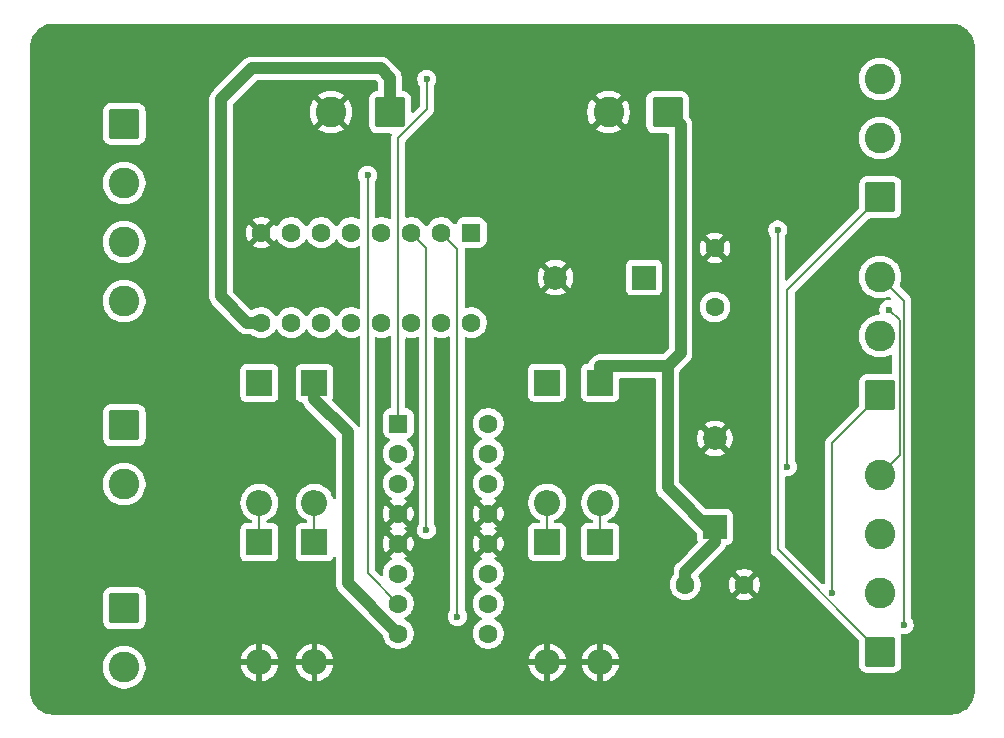
<source format=gbr>
%TF.GenerationSoftware,KiCad,Pcbnew,9.0.0*%
%TF.CreationDate,2025-03-24T12:32:59-05:00*%
%TF.ProjectId,DIIN-proyecto,4449494e-2d70-4726-9f79-6563746f2e6b,rev?*%
%TF.SameCoordinates,Original*%
%TF.FileFunction,Copper,L2,Bot*%
%TF.FilePolarity,Positive*%
%FSLAX46Y46*%
G04 Gerber Fmt 4.6, Leading zero omitted, Abs format (unit mm)*
G04 Created by KiCad (PCBNEW 9.0.0) date 2025-03-24 12:32:59*
%MOMM*%
%LPD*%
G01*
G04 APERTURE LIST*
G04 Aperture macros list*
%AMRoundRect*
0 Rectangle with rounded corners*
0 $1 Rounding radius*
0 $2 $3 $4 $5 $6 $7 $8 $9 X,Y pos of 4 corners*
0 Add a 4 corners polygon primitive as box body*
4,1,4,$2,$3,$4,$5,$6,$7,$8,$9,$2,$3,0*
0 Add four circle primitives for the rounded corners*
1,1,$1+$1,$2,$3*
1,1,$1+$1,$4,$5*
1,1,$1+$1,$6,$7*
1,1,$1+$1,$8,$9*
0 Add four rect primitives between the rounded corners*
20,1,$1+$1,$2,$3,$4,$5,0*
20,1,$1+$1,$4,$5,$6,$7,0*
20,1,$1+$1,$6,$7,$8,$9,0*
20,1,$1+$1,$8,$9,$2,$3,0*%
G04 Aperture macros list end*
%TA.AperFunction,ComponentPad*%
%ADD10RoundRect,0.250000X-1.050000X1.050000X-1.050000X-1.050000X1.050000X-1.050000X1.050000X1.050000X0*%
%TD*%
%TA.AperFunction,ComponentPad*%
%ADD11C,2.600000*%
%TD*%
%TA.AperFunction,ComponentPad*%
%ADD12C,1.600000*%
%TD*%
%TA.AperFunction,ComponentPad*%
%ADD13RoundRect,0.250000X-0.550000X0.550000X-0.550000X-0.550000X0.550000X-0.550000X0.550000X0.550000X0*%
%TD*%
%TA.AperFunction,ComponentPad*%
%ADD14RoundRect,0.250000X-0.550000X-0.550000X0.550000X-0.550000X0.550000X0.550000X-0.550000X0.550000X0*%
%TD*%
%TA.AperFunction,ComponentPad*%
%ADD15R,2.000000X2.000000*%
%TD*%
%TA.AperFunction,ComponentPad*%
%ADD16C,2.000000*%
%TD*%
%TA.AperFunction,ComponentPad*%
%ADD17RoundRect,0.250000X1.050000X-1.050000X1.050000X1.050000X-1.050000X1.050000X-1.050000X-1.050000X0*%
%TD*%
%TA.AperFunction,ComponentPad*%
%ADD18RoundRect,0.250000X1.050000X1.050000X-1.050000X1.050000X-1.050000X-1.050000X1.050000X-1.050000X0*%
%TD*%
%TA.AperFunction,ComponentPad*%
%ADD19R,2.200000X2.200000*%
%TD*%
%TA.AperFunction,ComponentPad*%
%ADD20O,2.200000X2.200000*%
%TD*%
%TA.AperFunction,ViaPad*%
%ADD21C,0.600000*%
%TD*%
%TA.AperFunction,Conductor*%
%ADD22C,1.000000*%
%TD*%
%TA.AperFunction,Conductor*%
%ADD23C,0.200000*%
%TD*%
G04 APERTURE END LIST*
D10*
%TO.P,J3,1,Pin_1*%
%TO.N,X1*%
X108469250Y-107570750D03*
D11*
%TO.P,J3,2,Pin_2*%
%TO.N,X2*%
X108469250Y-112570750D03*
%TD*%
%TO.P,J6,2,Pin_2*%
%TO.N,Y2*%
X108469250Y-128070750D03*
D10*
%TO.P,J6,1,Pin_1*%
%TO.N,Y1*%
X108469250Y-123070750D03*
%TD*%
D12*
%TO.P,U1,15,O2*%
%TO.N,B2*%
X135319250Y-98885750D03*
%TO.P,U1,14,O3*%
%TO.N,B3*%
X132779250Y-98885750D03*
%TO.P,U1,13,O4*%
%TO.N,B4*%
X130239250Y-98885750D03*
%TO.P,U1,12,O5*%
%TO.N,unconnected-(U1-O5-Pad12)*%
X127699250Y-98885750D03*
%TO.P,U1,11,O6*%
%TO.N,unconnected-(U1-O6-Pad11)*%
X125159250Y-98885750D03*
%TO.P,U1,10,O7*%
%TO.N,unconnected-(U1-O7-Pad10)*%
X122619250Y-98885750D03*
%TO.P,U1,9,COM*%
%TO.N,COM*%
X120079250Y-98885750D03*
%TO.P,U1,5,I5*%
%TO.N,unconnected-(U1-I5-Pad5)*%
X127699250Y-91265750D03*
%TO.P,U1,4,I4*%
%TO.N,FM4*%
X130239250Y-91265750D03*
%TO.P,U1,3,I3*%
%TO.N,FM3*%
X132779250Y-91265750D03*
%TO.P,U1,2,I2*%
%TO.N,FM2*%
X135319250Y-91265750D03*
D13*
%TO.P,U1,1,I1*%
%TO.N,FM1*%
X137859250Y-91265750D03*
D12*
%TO.P,U1,16,O1*%
%TO.N,B1*%
X137859250Y-98885750D03*
%TO.P,U1,6,I6*%
%TO.N,unconnected-(U1-I6-Pad6)*%
X125159250Y-91265750D03*
%TO.P,U1,7,I7*%
%TO.N,unconnected-(U1-I7-Pad7)*%
X122619250Y-91265750D03*
%TO.P,U1,8,GND*%
%TO.N,GND*%
X120079250Y-91265750D03*
%TD*%
%TO.P,U5,16,VCC1*%
%TO.N,+12V*%
X139284250Y-107430750D03*
%TO.P,U5,15,4A*%
%TO.N,IN2_N*%
X139284250Y-109970750D03*
%TO.P,U5,14,4Y*%
%TO.N,Y2*%
X139284250Y-112510750D03*
%TO.P,U5,11,3Y*%
%TO.N,Y1*%
X139284250Y-120130750D03*
%TO.P,U5,10,3A*%
%TO.N,IN2*%
X139284250Y-122670750D03*
%TO.P,U5,9,EN3\u002C4*%
%TO.N,PWM2*%
X139284250Y-125210750D03*
%TO.P,U5,8,VCC2*%
%TO.N,+12V*%
X131664250Y-125210750D03*
%TO.P,U5,3,1Y*%
%TO.N,X1*%
X131664250Y-112510750D03*
%TO.P,U5,2,1A*%
%TO.N,IN1*%
X131664250Y-109970750D03*
D14*
%TO.P,U5,1,EN1\u002C2*%
%TO.N,PWM1*%
X131664250Y-107430750D03*
D12*
%TO.P,U5,7,2A*%
%TO.N,IN1_N*%
X131664250Y-122670750D03*
%TO.P,U5,4,GND*%
%TO.N,GND*%
X131664250Y-115050750D03*
%TO.P,U5,5,GND*%
X131664250Y-117590750D03*
%TO.P,U5,13,GND*%
X139284250Y-115050750D03*
%TO.P,U5,12,GND*%
X139284250Y-117590750D03*
%TO.P,U5,6,2Y*%
%TO.N,X2*%
X131664250Y-120130750D03*
%TD*%
D15*
%TO.P,C7,1*%
%TO.N,+12V*%
X158469250Y-116188450D03*
D16*
%TO.P,C7,2*%
%TO.N,GND*%
X158469250Y-108688450D03*
%TD*%
D11*
%TO.P,J10,4,Pin_4*%
%TO.N,B4*%
X108469250Y-97070750D03*
%TO.P,J10,3,Pin_3*%
%TO.N,B3*%
X108469250Y-92070750D03*
%TO.P,J10,2,Pin_2*%
%TO.N,B2*%
X108469250Y-87070750D03*
D10*
%TO.P,J10,1,Pin_1*%
%TO.N,B1*%
X108469250Y-82070750D03*
%TD*%
D12*
%TO.P,C8,1*%
%TO.N,+12V*%
X155969250Y-121070750D03*
%TO.P,C8,2*%
%TO.N,GND*%
X160969250Y-121070750D03*
%TD*%
D11*
%TO.P,J13,3,Pin_3*%
%TO.N,PWM2*%
X172469250Y-95020750D03*
%TO.P,J13,2,Pin_2*%
%TO.N,IN2_N*%
X172469250Y-100020750D03*
D17*
%TO.P,J13,1,Pin_1*%
%TO.N,IN2*%
X172469250Y-105020750D03*
%TD*%
D15*
%TO.P,C1,1*%
%TO.N,COM*%
X152469250Y-95070750D03*
D16*
%TO.P,C1,2*%
%TO.N,GND*%
X144969250Y-95070750D03*
%TD*%
D11*
%TO.P,J12,3,Pin_3*%
%TO.N,PWM1*%
X172469250Y-78270750D03*
D17*
%TO.P,J12,1,Pin_1*%
%TO.N,IN1*%
X172469250Y-88270750D03*
D11*
%TO.P,J12,2,Pin_2*%
%TO.N,IN1_N*%
X172469250Y-83270750D03*
%TD*%
D18*
%TO.P,J8,1,Pin_1*%
%TO.N,COM*%
X130969250Y-81070750D03*
D11*
%TO.P,J8,2,Pin_2*%
%TO.N,GND*%
X125969250Y-81070750D03*
%TD*%
%TO.P,J9,4,Pin_4*%
%TO.N,FM4*%
X172469250Y-111770750D03*
%TO.P,J9,3,Pin_3*%
%TO.N,FM3*%
X172469250Y-116770750D03*
%TO.P,J9,2,Pin_2*%
%TO.N,FM2*%
X172469250Y-121770750D03*
D17*
%TO.P,J9,1,Pin_1*%
%TO.N,FM1*%
X172469250Y-126770750D03*
%TD*%
D12*
%TO.P,C2,1*%
%TO.N,COM*%
X158469250Y-97570750D03*
%TO.P,C2,2*%
%TO.N,GND*%
X158469250Y-92570750D03*
%TD*%
D18*
%TO.P,J2,1,Pin_1*%
%TO.N,+12V*%
X154469250Y-81070750D03*
D11*
%TO.P,J2,2,Pin_2*%
%TO.N,GND*%
X149469250Y-81070750D03*
%TD*%
D19*
%TO.P,D8,1,K*%
%TO.N,Y2*%
X148769250Y-117470750D03*
D20*
%TO.P,D8,2,A*%
%TO.N,GND*%
X148769250Y-127630750D03*
%TD*%
D19*
%TO.P,D6,1,K*%
%TO.N,Y1*%
X144269250Y-117470750D03*
D20*
%TO.P,D6,2,A*%
%TO.N,GND*%
X144269250Y-127630750D03*
%TD*%
%TO.P,D7,2,A*%
%TO.N,Y2*%
X148769250Y-114130750D03*
D19*
%TO.P,D7,1,K*%
%TO.N,+12V*%
X148769250Y-103970750D03*
%TD*%
D20*
%TO.P,D5,2,A*%
%TO.N,Y1*%
X144269250Y-114130750D03*
D19*
%TO.P,D5,1,K*%
%TO.N,+12V*%
X144269250Y-103970750D03*
%TD*%
%TO.P,D1,1,K*%
%TO.N,X1*%
X119902550Y-117490750D03*
D20*
%TO.P,D1,2,A*%
%TO.N,GND*%
X119902550Y-127650750D03*
%TD*%
D19*
%TO.P,D3,1,K*%
%TO.N,+12V*%
X124569250Y-103990750D03*
D20*
%TO.P,D3,2,A*%
%TO.N,X2*%
X124569250Y-114150750D03*
%TD*%
%TO.P,D4,2,A*%
%TO.N,GND*%
X124569250Y-127650750D03*
D19*
%TO.P,D4,1,K*%
%TO.N,X2*%
X124569250Y-117490750D03*
%TD*%
D20*
%TO.P,D2,2,A*%
%TO.N,X1*%
X119902550Y-114150750D03*
D19*
%TO.P,D2,1,K*%
%TO.N,+12V*%
X119902550Y-103990750D03*
%TD*%
D21*
%TO.N,IN1*%
X164613550Y-111084650D03*
%TO.N,IN1_N*%
X129061250Y-86403250D03*
%TO.N,PWM1*%
X134082850Y-78270750D03*
%TO.N,FM1*%
X163786550Y-91040550D03*
%TO.N,PWM2*%
X174506750Y-124471450D03*
%TO.N,FM4*%
X173187250Y-97785750D03*
%TO.N,FM2*%
X136673750Y-123774050D03*
%TO.N,IN2*%
X168382250Y-121817750D03*
%TO.N,FM3*%
X134049250Y-116448250D03*
%TD*%
D22*
%TO.N,+12V*%
X154469250Y-112839250D02*
X154469250Y-102569050D01*
X158469250Y-116839250D02*
X154469250Y-112839250D01*
D23*
%TO.N,X2*%
X124569250Y-117490750D02*
X124569250Y-114150750D01*
%TO.N,X1*%
X119902550Y-114150750D02*
X119902550Y-117490750D01*
D22*
%TO.N,+12V*%
X154469250Y-102569050D02*
X148769250Y-102569050D01*
X148769250Y-103970750D02*
X148769250Y-102569050D01*
X158469250Y-117490150D02*
X155969250Y-119990150D01*
X155969250Y-119990150D02*
X155969250Y-121070750D01*
X158469250Y-116188450D02*
X158469250Y-116839250D01*
X158469250Y-116839250D02*
X158469250Y-117490150D01*
D23*
%TO.N,IN1_N*%
X129061250Y-120067750D02*
X129061250Y-86403250D01*
%TO.N,FM1*%
X172469250Y-126770750D02*
X163786550Y-118088050D01*
%TO.N,FM4*%
X174105050Y-110134950D02*
X172469250Y-111770750D01*
%TO.N,FM3*%
X132779250Y-91265750D02*
X134049250Y-92535750D01*
%TO.N,PWM1*%
X131664250Y-107430750D02*
X131664250Y-83257350D01*
%TO.N,FM3*%
X134049250Y-92535750D02*
X134049250Y-116448250D01*
%TO.N,PWM1*%
X131664250Y-83257350D02*
X134082850Y-80838750D01*
X134082850Y-80838750D02*
X134082850Y-78270750D01*
%TO.N,FM4*%
X173187250Y-97785750D02*
X174105050Y-98703550D01*
%TO.N,Y1*%
X144269250Y-114130750D02*
X144269250Y-117470750D01*
%TO.N,FM2*%
X136673750Y-92620250D02*
X136673750Y-123774050D01*
%TO.N,Y2*%
X148769250Y-114130750D02*
X148769250Y-117470750D01*
%TO.N,FM4*%
X174105050Y-98703550D02*
X174105050Y-110134950D01*
%TO.N,FM2*%
X135319250Y-91265750D02*
X136673750Y-92620250D01*
%TO.N,FM1*%
X163786550Y-118088050D02*
X163786550Y-91040550D01*
%TO.N,IN1_N*%
X131664250Y-122670750D02*
X129061250Y-120067750D01*
%TO.N,IN2*%
X172469250Y-105020750D02*
X168382250Y-109107750D01*
%TO.N,IN1*%
X164613550Y-96126450D02*
X164613550Y-111084650D01*
%TO.N,IN2*%
X168382250Y-109107750D02*
X168382250Y-121817750D01*
D22*
%TO.N,+12V*%
X131664250Y-125210750D02*
X127369250Y-120915750D01*
X124569250Y-105392450D02*
X124569250Y-103990750D01*
X127369250Y-120915750D02*
X127369250Y-108192450D01*
D23*
%TO.N,PWM2*%
X172469250Y-95020750D02*
X174506750Y-97058250D01*
X174506750Y-97058250D02*
X174506750Y-124471450D01*
%TO.N,IN1*%
X172469250Y-88270750D02*
X164613550Y-96126450D01*
D22*
%TO.N,+12V*%
X127369250Y-108192450D02*
X124569250Y-105392450D01*
X155569250Y-82170750D02*
X154469250Y-81070750D01*
%TO.N,COM*%
X116669250Y-79970750D02*
X116669250Y-96670750D01*
X130969250Y-78170750D02*
X130169250Y-77370750D01*
X130969250Y-81070750D02*
X130969250Y-78170750D01*
%TO.N,+12V*%
X154469250Y-102569050D02*
X155569250Y-101469050D01*
X155569250Y-101469050D02*
X155569250Y-82170750D01*
%TO.N,COM*%
X116669250Y-96670750D02*
X118884250Y-98885750D01*
X119269250Y-77370750D02*
X116669250Y-79970750D01*
X118884250Y-98885750D02*
X120079250Y-98885750D01*
X130169250Y-77370750D02*
X119269250Y-77370750D01*
%TD*%
%TA.AperFunction,Conductor*%
%TO.N,GND*%
G36*
X131016864Y-100030475D02*
G01*
X131057122Y-100087581D01*
X131063750Y-100127580D01*
X131063750Y-106018587D01*
X131044065Y-106085626D01*
X130991261Y-106131381D01*
X130965709Y-106139839D01*
X130961457Y-106140749D01*
X130794918Y-106195935D01*
X130794913Y-106195937D01*
X130645592Y-106288039D01*
X130521539Y-106412092D01*
X130429437Y-106561413D01*
X130429436Y-106561416D01*
X130374251Y-106727953D01*
X130374251Y-106727954D01*
X130374250Y-106727954D01*
X130363750Y-106830733D01*
X130363750Y-108030751D01*
X130363751Y-108030768D01*
X130374250Y-108133546D01*
X130374251Y-108133549D01*
X130392444Y-108188450D01*
X130429436Y-108300084D01*
X130521538Y-108449406D01*
X130645594Y-108573462D01*
X130794916Y-108665564D01*
X130876820Y-108692704D01*
X130934265Y-108732477D01*
X130961088Y-108796993D01*
X130948773Y-108865768D01*
X130910701Y-108910728D01*
X130817037Y-108978778D01*
X130817032Y-108978782D01*
X130672278Y-109123536D01*
X130551965Y-109289136D01*
X130459031Y-109471526D01*
X130395772Y-109666215D01*
X130369063Y-109834851D01*
X130363750Y-109868398D01*
X130363750Y-110073102D01*
X130368128Y-110100745D01*
X130395772Y-110275284D01*
X130459031Y-110469973D01*
X130551965Y-110652363D01*
X130672278Y-110817963D01*
X130817036Y-110962721D01*
X130965357Y-111070480D01*
X130982640Y-111083037D01*
X131074090Y-111129633D01*
X131075330Y-111130265D01*
X131126126Y-111178240D01*
X131142921Y-111246061D01*
X131120384Y-111312196D01*
X131075330Y-111351235D01*
X130982636Y-111398465D01*
X130817036Y-111518778D01*
X130672278Y-111663536D01*
X130551965Y-111829136D01*
X130459031Y-112011526D01*
X130395772Y-112206215D01*
X130363750Y-112408398D01*
X130363750Y-112613101D01*
X130395772Y-112815284D01*
X130459031Y-113009973D01*
X130509027Y-113108094D01*
X130540854Y-113170558D01*
X130551965Y-113192363D01*
X130672278Y-113357963D01*
X130817036Y-113502721D01*
X130982635Y-113623034D01*
X130982637Y-113623035D01*
X130982640Y-113623037D01*
X131075880Y-113670545D01*
X131126676Y-113718520D01*
X131143471Y-113786341D01*
X131120934Y-113852475D01*
X131075880Y-113891515D01*
X130982894Y-113938893D01*
X130938327Y-113971273D01*
X130938327Y-113971274D01*
X131617804Y-114650750D01*
X131611589Y-114650750D01*
X131509856Y-114678009D01*
X131418644Y-114730670D01*
X131344170Y-114805144D01*
X131291509Y-114896356D01*
X131264250Y-114998089D01*
X131264250Y-115004303D01*
X130584774Y-114324827D01*
X130584773Y-114324827D01*
X130552393Y-114369394D01*
X130459494Y-114551718D01*
X130396259Y-114746332D01*
X130364250Y-114948432D01*
X130364250Y-115153067D01*
X130396259Y-115355167D01*
X130459494Y-115549781D01*
X130552391Y-115732100D01*
X130552397Y-115732109D01*
X130584773Y-115776671D01*
X130584774Y-115776672D01*
X131264250Y-115097196D01*
X131264250Y-115103411D01*
X131291509Y-115205144D01*
X131344170Y-115296356D01*
X131418644Y-115370830D01*
X131509856Y-115423491D01*
X131611589Y-115450750D01*
X131617803Y-115450750D01*
X130938326Y-116130224D01*
X130982900Y-116162609D01*
X131076430Y-116210265D01*
X131127226Y-116258239D01*
X131144021Y-116326060D01*
X131121484Y-116392195D01*
X131076430Y-116431235D01*
X130982894Y-116478893D01*
X130938327Y-116511273D01*
X130938327Y-116511274D01*
X131617804Y-117190750D01*
X131611589Y-117190750D01*
X131509856Y-117218009D01*
X131418644Y-117270670D01*
X131344170Y-117345144D01*
X131291509Y-117436356D01*
X131264250Y-117538089D01*
X131264250Y-117544303D01*
X130584774Y-116864827D01*
X130584773Y-116864827D01*
X130552393Y-116909394D01*
X130459494Y-117091718D01*
X130396259Y-117286332D01*
X130364250Y-117488432D01*
X130364250Y-117693067D01*
X130396259Y-117895167D01*
X130459494Y-118089781D01*
X130552391Y-118272100D01*
X130552397Y-118272109D01*
X130584773Y-118316671D01*
X130584774Y-118316672D01*
X131264250Y-117637196D01*
X131264250Y-117643411D01*
X131291509Y-117745144D01*
X131344170Y-117836356D01*
X131418644Y-117910830D01*
X131509856Y-117963491D01*
X131611589Y-117990750D01*
X131617803Y-117990750D01*
X130938326Y-118670224D01*
X130982902Y-118702611D01*
X131075878Y-118749984D01*
X131126675Y-118797958D01*
X131143470Y-118865779D01*
X131120933Y-118931914D01*
X131075880Y-118970953D01*
X130982638Y-119018463D01*
X130817036Y-119138778D01*
X130672278Y-119283536D01*
X130551965Y-119449136D01*
X130459031Y-119631526D01*
X130395772Y-119826215D01*
X130363750Y-120028398D01*
X130363750Y-120221653D01*
X130344065Y-120288692D01*
X130291261Y-120334447D01*
X130222103Y-120344391D01*
X130158547Y-120315366D01*
X130152069Y-120309334D01*
X129698069Y-119855334D01*
X129664584Y-119794011D01*
X129661750Y-119767653D01*
X129661750Y-100236206D01*
X129681435Y-100169167D01*
X129734239Y-100123412D01*
X129803397Y-100113468D01*
X129824062Y-100118273D01*
X129896066Y-100141669D01*
X129934715Y-100154227D01*
X130029042Y-100169167D01*
X130136898Y-100186250D01*
X130136899Y-100186250D01*
X130341601Y-100186250D01*
X130341602Y-100186250D01*
X130543784Y-100154227D01*
X130738469Y-100090970D01*
X130738474Y-100090967D01*
X130738478Y-100090966D01*
X130883455Y-100017096D01*
X130952124Y-100004199D01*
X131016864Y-100030475D01*
G37*
%TD.AperFunction*%
%TA.AperFunction,Conductor*%
G36*
X129732908Y-78379894D02*
G01*
X129762895Y-78386418D01*
X129767910Y-78390172D01*
X129770507Y-78390935D01*
X129791149Y-78407569D01*
X129932431Y-78548851D01*
X129965916Y-78610174D01*
X129968750Y-78636532D01*
X129968750Y-79148107D01*
X129949065Y-79215146D01*
X129896261Y-79260901D01*
X129857352Y-79271465D01*
X129766452Y-79280751D01*
X129766450Y-79280751D01*
X129599918Y-79335935D01*
X129599913Y-79335937D01*
X129450592Y-79428039D01*
X129326539Y-79552092D01*
X129234437Y-79701413D01*
X129234436Y-79701416D01*
X129179251Y-79867953D01*
X129179251Y-79867954D01*
X129179250Y-79867954D01*
X129168750Y-79970733D01*
X129168750Y-82170751D01*
X129168751Y-82170768D01*
X129179250Y-82273546D01*
X129179251Y-82273549D01*
X129234435Y-82440081D01*
X129234436Y-82440084D01*
X129326538Y-82589406D01*
X129450594Y-82713462D01*
X129599916Y-82805564D01*
X129766453Y-82860749D01*
X129869241Y-82871250D01*
X130984422Y-82871249D01*
X131051461Y-82890934D01*
X131097216Y-82943737D01*
X131107160Y-83012896D01*
X131104198Y-83027336D01*
X131063749Y-83178293D01*
X131063749Y-83178295D01*
X131063749Y-83346396D01*
X131063750Y-83346409D01*
X131063750Y-90023919D01*
X131044065Y-90090958D01*
X130991261Y-90136713D01*
X130922103Y-90146657D01*
X130883455Y-90134404D01*
X130738473Y-90060531D01*
X130543784Y-89997272D01*
X130369245Y-89969628D01*
X130341602Y-89965250D01*
X130136898Y-89965250D01*
X130070605Y-89975750D01*
X129934714Y-89997273D01*
X129934711Y-89997273D01*
X129824068Y-90033224D01*
X129754227Y-90035219D01*
X129694394Y-89999139D01*
X129663566Y-89936438D01*
X129661750Y-89915293D01*
X129661750Y-86983015D01*
X129681435Y-86915976D01*
X129682648Y-86914124D01*
X129770640Y-86782435D01*
X129770640Y-86782434D01*
X129770644Y-86782429D01*
X129830987Y-86636747D01*
X129861750Y-86482092D01*
X129861750Y-86324408D01*
X129861750Y-86324405D01*
X129861749Y-86324403D01*
X129830988Y-86169760D01*
X129830987Y-86169753D01*
X129788962Y-86068295D01*
X129770647Y-86024077D01*
X129770640Y-86024064D01*
X129683039Y-85892961D01*
X129683036Y-85892957D01*
X129571542Y-85781463D01*
X129571538Y-85781460D01*
X129440435Y-85693859D01*
X129440422Y-85693852D01*
X129294751Y-85633514D01*
X129294739Y-85633511D01*
X129140095Y-85602750D01*
X129140092Y-85602750D01*
X128982408Y-85602750D01*
X128982405Y-85602750D01*
X128827760Y-85633511D01*
X128827748Y-85633514D01*
X128682077Y-85693852D01*
X128682064Y-85693859D01*
X128550961Y-85781460D01*
X128550957Y-85781463D01*
X128439463Y-85892957D01*
X128439460Y-85892961D01*
X128351859Y-86024064D01*
X128351852Y-86024077D01*
X128291514Y-86169748D01*
X128291511Y-86169760D01*
X128260750Y-86324403D01*
X128260750Y-86482096D01*
X128291511Y-86636739D01*
X128291514Y-86636751D01*
X128351852Y-86782422D01*
X128351859Y-86782435D01*
X128439852Y-86914124D01*
X128460730Y-86980801D01*
X128460750Y-86983015D01*
X128460750Y-89991819D01*
X128441065Y-90058858D01*
X128388261Y-90104613D01*
X128319103Y-90114557D01*
X128280455Y-90102304D01*
X128198473Y-90060531D01*
X128003784Y-89997272D01*
X127829245Y-89969628D01*
X127801602Y-89965250D01*
X127596898Y-89965250D01*
X127572579Y-89969101D01*
X127394715Y-89997272D01*
X127200026Y-90060531D01*
X127017636Y-90153465D01*
X126852036Y-90273778D01*
X126707278Y-90418536D01*
X126586965Y-90584136D01*
X126539735Y-90676830D01*
X126491760Y-90727626D01*
X126423939Y-90744421D01*
X126357804Y-90721884D01*
X126318765Y-90676830D01*
X126271670Y-90584402D01*
X126271537Y-90584140D01*
X126239342Y-90539827D01*
X126151221Y-90418536D01*
X126006463Y-90273778D01*
X125840863Y-90153465D01*
X125840862Y-90153464D01*
X125840860Y-90153463D01*
X125764503Y-90114557D01*
X125658473Y-90060531D01*
X125463784Y-89997272D01*
X125289245Y-89969628D01*
X125261602Y-89965250D01*
X125056898Y-89965250D01*
X125032579Y-89969101D01*
X124854715Y-89997272D01*
X124660026Y-90060531D01*
X124477636Y-90153465D01*
X124312036Y-90273778D01*
X124167278Y-90418536D01*
X124046965Y-90584136D01*
X123999735Y-90676830D01*
X123951760Y-90727626D01*
X123883939Y-90744421D01*
X123817804Y-90721884D01*
X123778765Y-90676830D01*
X123731670Y-90584402D01*
X123731537Y-90584140D01*
X123699342Y-90539827D01*
X123611221Y-90418536D01*
X123466463Y-90273778D01*
X123300863Y-90153465D01*
X123300862Y-90153464D01*
X123300860Y-90153463D01*
X123224503Y-90114557D01*
X123118473Y-90060531D01*
X122923784Y-89997272D01*
X122749245Y-89969628D01*
X122721602Y-89965250D01*
X122516898Y-89965250D01*
X122492579Y-89969101D01*
X122314715Y-89997272D01*
X122120026Y-90060531D01*
X121937636Y-90153465D01*
X121772036Y-90273778D01*
X121627278Y-90418536D01*
X121506963Y-90584138D01*
X121459453Y-90677380D01*
X121411478Y-90728176D01*
X121343657Y-90744970D01*
X121277522Y-90722432D01*
X121238484Y-90677378D01*
X121191111Y-90584402D01*
X121158724Y-90539827D01*
X121158724Y-90539826D01*
X120479250Y-91219301D01*
X120479250Y-91213089D01*
X120451991Y-91111356D01*
X120399330Y-91020144D01*
X120324856Y-90945670D01*
X120233644Y-90893009D01*
X120131911Y-90865750D01*
X120125696Y-90865750D01*
X120805172Y-90186274D01*
X120805171Y-90186273D01*
X120760609Y-90153897D01*
X120760600Y-90153891D01*
X120578281Y-90060994D01*
X120383667Y-89997759D01*
X120181567Y-89965750D01*
X119976933Y-89965750D01*
X119774832Y-89997759D01*
X119580218Y-90060994D01*
X119397894Y-90153893D01*
X119353327Y-90186273D01*
X119353327Y-90186274D01*
X120032804Y-90865750D01*
X120026589Y-90865750D01*
X119924856Y-90893009D01*
X119833644Y-90945670D01*
X119759170Y-91020144D01*
X119706509Y-91111356D01*
X119679250Y-91213089D01*
X119679250Y-91219303D01*
X118999774Y-90539827D01*
X118999773Y-90539827D01*
X118967393Y-90584394D01*
X118874494Y-90766718D01*
X118811259Y-90961332D01*
X118779250Y-91163432D01*
X118779250Y-91368067D01*
X118811259Y-91570167D01*
X118874494Y-91764781D01*
X118967391Y-91947100D01*
X118967397Y-91947109D01*
X118999773Y-91991671D01*
X118999774Y-91991672D01*
X119679250Y-91312196D01*
X119679250Y-91318411D01*
X119706509Y-91420144D01*
X119759170Y-91511356D01*
X119833644Y-91585830D01*
X119924856Y-91638491D01*
X120026589Y-91665750D01*
X120032803Y-91665750D01*
X119353326Y-92345224D01*
X119397900Y-92377609D01*
X119580218Y-92470505D01*
X119774832Y-92533740D01*
X119976933Y-92565750D01*
X120181567Y-92565750D01*
X120383667Y-92533740D01*
X120578281Y-92470505D01*
X120760599Y-92377609D01*
X120805171Y-92345224D01*
X120125697Y-91665750D01*
X120131911Y-91665750D01*
X120233644Y-91638491D01*
X120324856Y-91585830D01*
X120399330Y-91511356D01*
X120451991Y-91420144D01*
X120479250Y-91318411D01*
X120479250Y-91312197D01*
X121158724Y-91991671D01*
X121191111Y-91947097D01*
X121191111Y-91947096D01*
X121238484Y-91854121D01*
X121286458Y-91803325D01*
X121354278Y-91786529D01*
X121420414Y-91809066D01*
X121459453Y-91854119D01*
X121506963Y-91947361D01*
X121627278Y-92112963D01*
X121772036Y-92257721D01*
X121864838Y-92325144D01*
X121937640Y-92378037D01*
X122053857Y-92437253D01*
X122120026Y-92470968D01*
X122120028Y-92470968D01*
X122120031Y-92470970D01*
X122211106Y-92500562D01*
X122314715Y-92534227D01*
X122349144Y-92539680D01*
X122516898Y-92566250D01*
X122516899Y-92566250D01*
X122721601Y-92566250D01*
X122721602Y-92566250D01*
X122923784Y-92534227D01*
X123118469Y-92470970D01*
X123300860Y-92378037D01*
X123429732Y-92284407D01*
X123466463Y-92257721D01*
X123466465Y-92257718D01*
X123466469Y-92257716D01*
X123611216Y-92112969D01*
X123611218Y-92112965D01*
X123611221Y-92112963D01*
X123731534Y-91947364D01*
X123731536Y-91947361D01*
X123731537Y-91947360D01*
X123778766Y-91854667D01*
X123826739Y-91803873D01*
X123894560Y-91787078D01*
X123960695Y-91809615D01*
X123999733Y-91854667D01*
X124005389Y-91865766D01*
X124046965Y-91947364D01*
X124167278Y-92112963D01*
X124312036Y-92257721D01*
X124404838Y-92325144D01*
X124477640Y-92378037D01*
X124593857Y-92437253D01*
X124660026Y-92470968D01*
X124660028Y-92470968D01*
X124660031Y-92470970D01*
X124751106Y-92500562D01*
X124854715Y-92534227D01*
X124889144Y-92539680D01*
X125056898Y-92566250D01*
X125056899Y-92566250D01*
X125261601Y-92566250D01*
X125261602Y-92566250D01*
X125463784Y-92534227D01*
X125658469Y-92470970D01*
X125840860Y-92378037D01*
X125969732Y-92284407D01*
X126006463Y-92257721D01*
X126006465Y-92257718D01*
X126006469Y-92257716D01*
X126151216Y-92112969D01*
X126151218Y-92112965D01*
X126151221Y-92112963D01*
X126271534Y-91947364D01*
X126271536Y-91947361D01*
X126271537Y-91947360D01*
X126318766Y-91854667D01*
X126366739Y-91803873D01*
X126434560Y-91787078D01*
X126500695Y-91809615D01*
X126539733Y-91854667D01*
X126545389Y-91865766D01*
X126586965Y-91947364D01*
X126707278Y-92112963D01*
X126852036Y-92257721D01*
X126944838Y-92325144D01*
X127017640Y-92378037D01*
X127133857Y-92437253D01*
X127200026Y-92470968D01*
X127200028Y-92470968D01*
X127200031Y-92470970D01*
X127291106Y-92500562D01*
X127394715Y-92534227D01*
X127429144Y-92539680D01*
X127596898Y-92566250D01*
X127596899Y-92566250D01*
X127801601Y-92566250D01*
X127801602Y-92566250D01*
X128003784Y-92534227D01*
X128198469Y-92470970D01*
X128280455Y-92429195D01*
X128349123Y-92416299D01*
X128413864Y-92442575D01*
X128454121Y-92499681D01*
X128460750Y-92539680D01*
X128460750Y-97611819D01*
X128441065Y-97678858D01*
X128388261Y-97724613D01*
X128319103Y-97734557D01*
X128280455Y-97722304D01*
X128198473Y-97680531D01*
X128003784Y-97617272D01*
X127829245Y-97589628D01*
X127801602Y-97585250D01*
X127596898Y-97585250D01*
X127572579Y-97589101D01*
X127394715Y-97617272D01*
X127200026Y-97680531D01*
X127017636Y-97773465D01*
X126852036Y-97893778D01*
X126707278Y-98038536D01*
X126586965Y-98204136D01*
X126539735Y-98296830D01*
X126491760Y-98347626D01*
X126423939Y-98364421D01*
X126357804Y-98341884D01*
X126318765Y-98296830D01*
X126300227Y-98260447D01*
X126271537Y-98204140D01*
X126211681Y-98121754D01*
X126151221Y-98038536D01*
X126006463Y-97893778D01*
X125840863Y-97773465D01*
X125840862Y-97773464D01*
X125840860Y-97773463D01*
X125744249Y-97724237D01*
X125658473Y-97680531D01*
X125463784Y-97617272D01*
X125289245Y-97589628D01*
X125261602Y-97585250D01*
X125056898Y-97585250D01*
X125032579Y-97589101D01*
X124854715Y-97617272D01*
X124660026Y-97680531D01*
X124477636Y-97773465D01*
X124312036Y-97893778D01*
X124167278Y-98038536D01*
X124046965Y-98204136D01*
X123999735Y-98296830D01*
X123951760Y-98347626D01*
X123883939Y-98364421D01*
X123817804Y-98341884D01*
X123778765Y-98296830D01*
X123760227Y-98260447D01*
X123731537Y-98204140D01*
X123671681Y-98121754D01*
X123611221Y-98038536D01*
X123466463Y-97893778D01*
X123300863Y-97773465D01*
X123300862Y-97773464D01*
X123300860Y-97773463D01*
X123204249Y-97724237D01*
X123118473Y-97680531D01*
X122923784Y-97617272D01*
X122749245Y-97589628D01*
X122721602Y-97585250D01*
X122516898Y-97585250D01*
X122492579Y-97589101D01*
X122314715Y-97617272D01*
X122120026Y-97680531D01*
X121937636Y-97773465D01*
X121772036Y-97893778D01*
X121627278Y-98038536D01*
X121506965Y-98204136D01*
X121459735Y-98296830D01*
X121411760Y-98347626D01*
X121343939Y-98364421D01*
X121277804Y-98341884D01*
X121238765Y-98296830D01*
X121220227Y-98260447D01*
X121191537Y-98204140D01*
X121131681Y-98121754D01*
X121071221Y-98038536D01*
X120926463Y-97893778D01*
X120760863Y-97773465D01*
X120760862Y-97773464D01*
X120760860Y-97773463D01*
X120664249Y-97724237D01*
X120578473Y-97680531D01*
X120383784Y-97617272D01*
X120209245Y-97589628D01*
X120181602Y-97585250D01*
X119976898Y-97585250D01*
X119952579Y-97589101D01*
X119774715Y-97617272D01*
X119580026Y-97680531D01*
X119397641Y-97773462D01*
X119397639Y-97773463D01*
X119361249Y-97799902D01*
X119295442Y-97823381D01*
X119227389Y-97807555D01*
X119200684Y-97787264D01*
X117706069Y-96292649D01*
X117672584Y-96231326D01*
X117669750Y-96204968D01*
X117669750Y-80952764D01*
X124169250Y-80952764D01*
X124169250Y-81188735D01*
X124200049Y-81422664D01*
X124261120Y-81650587D01*
X124351410Y-81868569D01*
X124351415Y-81868578D01*
X124469394Y-82072921D01*
X124469395Y-82072922D01*
X124531971Y-82154473D01*
X125368208Y-81318237D01*
X125393228Y-81378640D01*
X125464362Y-81485101D01*
X125554899Y-81575638D01*
X125661360Y-81646772D01*
X125721761Y-81671791D01*
X124885525Y-82508027D01*
X124967077Y-82570604D01*
X124967078Y-82570605D01*
X125171421Y-82688584D01*
X125171430Y-82688589D01*
X125389413Y-82778879D01*
X125389411Y-82778879D01*
X125617335Y-82839950D01*
X125851264Y-82870749D01*
X125851279Y-82870750D01*
X126087221Y-82870750D01*
X126087235Y-82870749D01*
X126321164Y-82839950D01*
X126549087Y-82778879D01*
X126767069Y-82688589D01*
X126767078Y-82688584D01*
X126971431Y-82570600D01*
X127052973Y-82508029D01*
X127052973Y-82508026D01*
X126216737Y-81671791D01*
X126277140Y-81646772D01*
X126383601Y-81575638D01*
X126474138Y-81485101D01*
X126545272Y-81378640D01*
X126570291Y-81318238D01*
X127406526Y-82154473D01*
X127406529Y-82154473D01*
X127469100Y-82072931D01*
X127587084Y-81868578D01*
X127587089Y-81868569D01*
X127677379Y-81650587D01*
X127738450Y-81422664D01*
X127769249Y-81188735D01*
X127769250Y-81188721D01*
X127769250Y-80952778D01*
X127769249Y-80952764D01*
X127738450Y-80718835D01*
X127677379Y-80490912D01*
X127587089Y-80272930D01*
X127587084Y-80272921D01*
X127469105Y-80068578D01*
X127469104Y-80068577D01*
X127406527Y-79987025D01*
X126570291Y-80823261D01*
X126545272Y-80762860D01*
X126474138Y-80656399D01*
X126383601Y-80565862D01*
X126277140Y-80494728D01*
X126216738Y-80469708D01*
X127052973Y-79633471D01*
X126971422Y-79570895D01*
X126971421Y-79570894D01*
X126767078Y-79452915D01*
X126767069Y-79452910D01*
X126549086Y-79362620D01*
X126549088Y-79362620D01*
X126321164Y-79301549D01*
X126087235Y-79270750D01*
X125851264Y-79270750D01*
X125617335Y-79301549D01*
X125389412Y-79362620D01*
X125171430Y-79452910D01*
X125171421Y-79452915D01*
X124967078Y-79570894D01*
X124967068Y-79570900D01*
X124885525Y-79633470D01*
X124885525Y-79633471D01*
X125721762Y-80469708D01*
X125661360Y-80494728D01*
X125554899Y-80565862D01*
X125464362Y-80656399D01*
X125393228Y-80762860D01*
X125368208Y-80823261D01*
X124531971Y-79987025D01*
X124531970Y-79987025D01*
X124469400Y-80068568D01*
X124469394Y-80068578D01*
X124351415Y-80272921D01*
X124351410Y-80272930D01*
X124261120Y-80490912D01*
X124200049Y-80718835D01*
X124169250Y-80952764D01*
X117669750Y-80952764D01*
X117669750Y-80436532D01*
X117689435Y-80369493D01*
X117706069Y-80348851D01*
X118461177Y-79593743D01*
X118692301Y-79362620D01*
X119647352Y-78407569D01*
X119708675Y-78374084D01*
X119735033Y-78371250D01*
X129703468Y-78371250D01*
X129732908Y-78379894D01*
G37*
%TD.AperFunction*%
%TA.AperFunction,Conductor*%
G36*
X178394744Y-73571251D02*
G01*
X178403364Y-73571250D01*
X178403368Y-73571252D01*
X178465196Y-73571250D01*
X178473304Y-73571515D01*
X178722143Y-73587819D01*
X178738214Y-73589935D01*
X178978807Y-73637789D01*
X178994457Y-73641982D01*
X179226740Y-73720828D01*
X179241726Y-73727035D01*
X179461730Y-73835527D01*
X179475765Y-73843630D01*
X179679726Y-73979911D01*
X179692595Y-73989786D01*
X179877014Y-74151516D01*
X179888483Y-74162985D01*
X180050213Y-74347404D01*
X180060088Y-74360273D01*
X180196365Y-74564228D01*
X180204475Y-74578275D01*
X180312964Y-74798273D01*
X180319171Y-74813259D01*
X180398014Y-75045532D01*
X180402212Y-75061200D01*
X180450063Y-75301781D01*
X180452180Y-75317863D01*
X180468484Y-75566695D01*
X180468749Y-75574804D01*
X180468748Y-75645255D01*
X180468750Y-75645284D01*
X180468750Y-130004860D01*
X180468748Y-130004868D01*
X180468749Y-130047106D01*
X180468749Y-130066694D01*
X180468749Y-130066696D01*
X180468484Y-130074805D01*
X180452180Y-130323636D01*
X180450063Y-130339718D01*
X180402212Y-130580299D01*
X180398014Y-130595967D01*
X180319171Y-130828240D01*
X180312964Y-130843226D01*
X180204475Y-131063224D01*
X180196365Y-131077271D01*
X180060088Y-131281226D01*
X180050213Y-131294095D01*
X179888483Y-131478514D01*
X179877014Y-131489983D01*
X179692595Y-131651713D01*
X179679726Y-131661588D01*
X179475771Y-131797865D01*
X179461724Y-131805975D01*
X179241726Y-131914464D01*
X179226740Y-131920671D01*
X178994467Y-131999514D01*
X178978799Y-132003712D01*
X178738218Y-132051563D01*
X178722136Y-132053680D01*
X178473304Y-132069984D01*
X178465195Y-132070249D01*
X178410943Y-132070248D01*
X178403368Y-132070248D01*
X178403367Y-132070248D01*
X178394744Y-132070248D01*
X178394716Y-132070250D01*
X102543782Y-132070250D01*
X102535138Y-132070249D01*
X102535132Y-132070248D01*
X102492984Y-132070249D01*
X102473300Y-132070249D01*
X102473299Y-132070248D01*
X102465195Y-132069984D01*
X102216363Y-132053680D01*
X102200281Y-132051563D01*
X101959700Y-132003712D01*
X101944032Y-131999514D01*
X101711759Y-131920671D01*
X101696773Y-131914464D01*
X101476775Y-131805975D01*
X101462728Y-131797865D01*
X101258773Y-131661588D01*
X101245904Y-131651713D01*
X101061485Y-131489983D01*
X101050016Y-131478514D01*
X100888286Y-131294095D01*
X100878411Y-131281226D01*
X100742130Y-131077265D01*
X100734027Y-131063230D01*
X100625535Y-130843226D01*
X100619328Y-130828240D01*
X100540482Y-130595957D01*
X100536289Y-130580307D01*
X100488435Y-130339714D01*
X100486319Y-130323636D01*
X100470015Y-130074805D01*
X100469750Y-130066694D01*
X100469752Y-130004868D01*
X100469750Y-130004863D01*
X100469751Y-129997284D01*
X100469750Y-129997250D01*
X100469750Y-127952745D01*
X106668750Y-127952745D01*
X106668750Y-128188754D01*
X106668751Y-128188770D01*
X106699556Y-128422760D01*
X106760644Y-128650743D01*
X106850964Y-128868795D01*
X106850969Y-128868806D01*
X106921927Y-128991707D01*
X106968977Y-129073200D01*
X106968979Y-129073203D01*
X106968980Y-129073204D01*
X107112656Y-129260447D01*
X107112662Y-129260454D01*
X107279545Y-129427337D01*
X107279551Y-129427342D01*
X107466800Y-129571023D01*
X107598168Y-129646868D01*
X107671193Y-129689030D01*
X107671198Y-129689032D01*
X107671201Y-129689034D01*
X107889257Y-129779356D01*
X108117236Y-129840443D01*
X108351239Y-129871250D01*
X108351246Y-129871250D01*
X108587254Y-129871250D01*
X108587261Y-129871250D01*
X108821264Y-129840443D01*
X109049243Y-129779356D01*
X109267299Y-129689034D01*
X109471700Y-129571023D01*
X109658949Y-129427342D01*
X109825842Y-129260449D01*
X109969523Y-129073200D01*
X110087534Y-128868799D01*
X110177856Y-128650743D01*
X110238943Y-128422764D01*
X110269750Y-128188761D01*
X110269750Y-127952739D01*
X110261357Y-127888993D01*
X110260157Y-127879872D01*
X110238943Y-127718739D01*
X110238943Y-127718736D01*
X110177856Y-127490757D01*
X110140574Y-127400750D01*
X118322202Y-127400750D01*
X119411802Y-127400750D01*
X119390032Y-127438458D01*
X119352550Y-127578341D01*
X119352550Y-127723159D01*
X119390032Y-127863042D01*
X119411802Y-127900750D01*
X118322202Y-127900750D01*
X118341947Y-128025418D01*
X118341947Y-128025421D01*
X118419769Y-128264934D01*
X118534107Y-128489333D01*
X118682140Y-128693081D01*
X118682140Y-128693082D01*
X118860217Y-128871159D01*
X119063966Y-129019192D01*
X119288365Y-129133530D01*
X119527879Y-129211352D01*
X119652550Y-129231098D01*
X119652550Y-128141497D01*
X119690258Y-128163268D01*
X119830141Y-128200750D01*
X119974959Y-128200750D01*
X120114842Y-128163268D01*
X120152550Y-128141497D01*
X120152550Y-129231097D01*
X120277218Y-129211352D01*
X120277221Y-129211352D01*
X120516734Y-129133530D01*
X120741133Y-129019192D01*
X120944881Y-128871159D01*
X120944882Y-128871159D01*
X121122959Y-128693082D01*
X121122959Y-128693081D01*
X121270992Y-128489333D01*
X121385330Y-128264934D01*
X121463152Y-128025421D01*
X121463152Y-128025418D01*
X121482898Y-127900750D01*
X120393298Y-127900750D01*
X120415068Y-127863042D01*
X120452550Y-127723159D01*
X120452550Y-127578341D01*
X120415068Y-127438458D01*
X120393298Y-127400750D01*
X121482898Y-127400750D01*
X122988902Y-127400750D01*
X124078502Y-127400750D01*
X124056732Y-127438458D01*
X124019250Y-127578341D01*
X124019250Y-127723159D01*
X124056732Y-127863042D01*
X124078502Y-127900750D01*
X122988902Y-127900750D01*
X123008647Y-128025418D01*
X123008647Y-128025421D01*
X123086469Y-128264934D01*
X123200807Y-128489333D01*
X123348840Y-128693081D01*
X123348840Y-128693082D01*
X123526917Y-128871159D01*
X123730666Y-129019192D01*
X123955065Y-129133530D01*
X124194579Y-129211352D01*
X124319250Y-129231098D01*
X124319250Y-128141497D01*
X124356958Y-128163268D01*
X124496841Y-128200750D01*
X124641659Y-128200750D01*
X124781542Y-128163268D01*
X124819250Y-128141497D01*
X124819250Y-129231097D01*
X124943918Y-129211352D01*
X124943921Y-129211352D01*
X125183434Y-129133530D01*
X125407833Y-129019192D01*
X125611581Y-128871159D01*
X125611582Y-128871159D01*
X125789659Y-128693082D01*
X125789659Y-128693081D01*
X125937692Y-128489333D01*
X126052030Y-128264934D01*
X126129852Y-128025421D01*
X126129852Y-128025418D01*
X126149598Y-127900750D01*
X125059998Y-127900750D01*
X125081768Y-127863042D01*
X125119250Y-127723159D01*
X125119250Y-127578341D01*
X125081768Y-127438458D01*
X125059998Y-127400750D01*
X126149598Y-127400750D01*
X126146430Y-127380750D01*
X142688902Y-127380750D01*
X143778502Y-127380750D01*
X143756732Y-127418458D01*
X143719250Y-127558341D01*
X143719250Y-127703159D01*
X143756732Y-127843042D01*
X143778502Y-127880750D01*
X142688902Y-127880750D01*
X142708647Y-128005418D01*
X142708647Y-128005421D01*
X142786469Y-128244934D01*
X142900807Y-128469333D01*
X143048840Y-128673081D01*
X143048840Y-128673082D01*
X143226917Y-128851159D01*
X143430666Y-128999192D01*
X143655065Y-129113530D01*
X143894579Y-129191352D01*
X144019250Y-129211098D01*
X144019250Y-128121497D01*
X144056958Y-128143268D01*
X144196841Y-128180750D01*
X144341659Y-128180750D01*
X144481542Y-128143268D01*
X144519250Y-128121497D01*
X144519250Y-129211097D01*
X144643918Y-129191352D01*
X144643921Y-129191352D01*
X144883434Y-129113530D01*
X145107833Y-128999192D01*
X145311581Y-128851159D01*
X145311582Y-128851159D01*
X145489659Y-128673082D01*
X145489659Y-128673081D01*
X145637692Y-128469333D01*
X145752030Y-128244934D01*
X145829852Y-128005421D01*
X145829852Y-128005418D01*
X145849598Y-127880750D01*
X144759998Y-127880750D01*
X144781768Y-127843042D01*
X144819250Y-127703159D01*
X144819250Y-127558341D01*
X144781768Y-127418458D01*
X144759998Y-127380750D01*
X145849598Y-127380750D01*
X147188902Y-127380750D01*
X148278502Y-127380750D01*
X148256732Y-127418458D01*
X148219250Y-127558341D01*
X148219250Y-127703159D01*
X148256732Y-127843042D01*
X148278502Y-127880750D01*
X147188902Y-127880750D01*
X147208647Y-128005418D01*
X147208647Y-128005421D01*
X147286469Y-128244934D01*
X147400807Y-128469333D01*
X147548840Y-128673081D01*
X147548840Y-128673082D01*
X147726917Y-128851159D01*
X147930666Y-128999192D01*
X148155065Y-129113530D01*
X148394579Y-129191352D01*
X148519250Y-129211098D01*
X148519250Y-128121497D01*
X148556958Y-128143268D01*
X148696841Y-128180750D01*
X148841659Y-128180750D01*
X148981542Y-128143268D01*
X149019250Y-128121497D01*
X149019250Y-129211097D01*
X149143918Y-129191352D01*
X149143921Y-129191352D01*
X149383434Y-129113530D01*
X149607833Y-128999192D01*
X149811581Y-128851159D01*
X149811582Y-128851159D01*
X149989659Y-128673082D01*
X149989659Y-128673081D01*
X150137692Y-128469333D01*
X150252030Y-128244934D01*
X150329852Y-128005421D01*
X150329852Y-128005418D01*
X150349598Y-127880750D01*
X149259998Y-127880750D01*
X149281768Y-127843042D01*
X149319250Y-127703159D01*
X149319250Y-127558341D01*
X149281768Y-127418458D01*
X149259998Y-127380750D01*
X150349598Y-127380750D01*
X150329852Y-127256081D01*
X150329852Y-127256078D01*
X150252030Y-127016565D01*
X150137692Y-126792166D01*
X149989659Y-126588418D01*
X149989659Y-126588417D01*
X149811582Y-126410340D01*
X149607833Y-126262307D01*
X149383434Y-126147969D01*
X149143920Y-126070147D01*
X149019250Y-126050400D01*
X149019250Y-127140002D01*
X148981542Y-127118232D01*
X148841659Y-127080750D01*
X148696841Y-127080750D01*
X148556958Y-127118232D01*
X148519250Y-127140002D01*
X148519250Y-126050400D01*
X148394580Y-126070147D01*
X148394577Y-126070147D01*
X148155065Y-126147969D01*
X147930666Y-126262307D01*
X147726918Y-126410340D01*
X147726917Y-126410340D01*
X147548840Y-126588417D01*
X147548840Y-126588418D01*
X147400807Y-126792166D01*
X147286469Y-127016565D01*
X147208647Y-127256078D01*
X147208647Y-127256081D01*
X147188902Y-127380750D01*
X145849598Y-127380750D01*
X145829852Y-127256081D01*
X145829852Y-127256078D01*
X145752030Y-127016565D01*
X145637692Y-126792166D01*
X145489659Y-126588418D01*
X145489659Y-126588417D01*
X145311582Y-126410340D01*
X145107833Y-126262307D01*
X144883434Y-126147969D01*
X144643920Y-126070147D01*
X144519250Y-126050400D01*
X144519250Y-127140002D01*
X144481542Y-127118232D01*
X144341659Y-127080750D01*
X144196841Y-127080750D01*
X144056958Y-127118232D01*
X144019250Y-127140002D01*
X144019250Y-126050400D01*
X143894580Y-126070147D01*
X143894577Y-126070147D01*
X143655065Y-126147969D01*
X143430666Y-126262307D01*
X143226918Y-126410340D01*
X143226917Y-126410340D01*
X143048840Y-126588417D01*
X143048840Y-126588418D01*
X142900807Y-126792166D01*
X142786469Y-127016565D01*
X142708647Y-127256078D01*
X142708647Y-127256081D01*
X142688902Y-127380750D01*
X126146430Y-127380750D01*
X126129852Y-127276081D01*
X126129852Y-127276078D01*
X126052030Y-127036565D01*
X125937692Y-126812166D01*
X125789659Y-126608418D01*
X125789659Y-126608417D01*
X125611582Y-126430340D01*
X125407833Y-126282307D01*
X125183434Y-126167969D01*
X124943920Y-126090147D01*
X124819250Y-126070400D01*
X124819250Y-127160002D01*
X124781542Y-127138232D01*
X124641659Y-127100750D01*
X124496841Y-127100750D01*
X124356958Y-127138232D01*
X124319250Y-127160002D01*
X124319250Y-126070400D01*
X124194580Y-126090147D01*
X124194577Y-126090147D01*
X123955065Y-126167969D01*
X123730666Y-126282307D01*
X123526918Y-126430340D01*
X123526917Y-126430340D01*
X123348840Y-126608417D01*
X123348840Y-126608418D01*
X123200807Y-126812166D01*
X123086469Y-127036565D01*
X123008647Y-127276078D01*
X123008647Y-127276081D01*
X122988902Y-127400750D01*
X121482898Y-127400750D01*
X121463152Y-127276081D01*
X121463152Y-127276078D01*
X121385330Y-127036565D01*
X121270992Y-126812166D01*
X121122959Y-126608418D01*
X121122959Y-126608417D01*
X120944882Y-126430340D01*
X120741133Y-126282307D01*
X120516734Y-126167969D01*
X120277220Y-126090147D01*
X120152550Y-126070400D01*
X120152550Y-127160002D01*
X120114842Y-127138232D01*
X119974959Y-127100750D01*
X119830141Y-127100750D01*
X119690258Y-127138232D01*
X119652550Y-127160002D01*
X119652550Y-126070400D01*
X119527880Y-126090147D01*
X119527877Y-126090147D01*
X119288365Y-126167969D01*
X119063966Y-126282307D01*
X118860218Y-126430340D01*
X118860217Y-126430340D01*
X118682140Y-126608417D01*
X118682140Y-126608418D01*
X118534107Y-126812166D01*
X118419769Y-127036565D01*
X118341947Y-127276078D01*
X118341947Y-127276081D01*
X118322202Y-127400750D01*
X110140574Y-127400750D01*
X110087538Y-127272710D01*
X110087530Y-127272693D01*
X109998351Y-127118232D01*
X109969523Y-127068300D01*
X109825842Y-126881051D01*
X109825837Y-126881045D01*
X109658954Y-126714162D01*
X109658947Y-126714156D01*
X109471704Y-126570480D01*
X109471703Y-126570479D01*
X109471700Y-126570477D01*
X109369116Y-126511250D01*
X109267306Y-126452469D01*
X109267295Y-126452464D01*
X109049243Y-126362144D01*
X108821260Y-126301056D01*
X108587270Y-126270251D01*
X108587267Y-126270250D01*
X108587261Y-126270250D01*
X108351239Y-126270250D01*
X108351233Y-126270250D01*
X108351229Y-126270251D01*
X108117239Y-126301056D01*
X107889256Y-126362144D01*
X107671204Y-126452464D01*
X107671193Y-126452469D01*
X107466795Y-126570480D01*
X107279552Y-126714156D01*
X107279545Y-126714162D01*
X107112662Y-126881045D01*
X107112656Y-126881052D01*
X106968980Y-127068295D01*
X106850969Y-127272693D01*
X106850964Y-127272704D01*
X106760644Y-127490756D01*
X106699556Y-127718739D01*
X106668751Y-127952729D01*
X106668750Y-127952745D01*
X100469750Y-127952745D01*
X100469750Y-121970733D01*
X106668750Y-121970733D01*
X106668750Y-124170751D01*
X106668751Y-124170768D01*
X106679250Y-124273546D01*
X106679251Y-124273549D01*
X106734435Y-124440081D01*
X106734437Y-124440086D01*
X106761182Y-124483447D01*
X106826538Y-124589406D01*
X106950594Y-124713462D01*
X107099916Y-124805564D01*
X107266453Y-124860749D01*
X107369241Y-124871250D01*
X109569258Y-124871249D01*
X109672047Y-124860749D01*
X109838584Y-124805564D01*
X109987906Y-124713462D01*
X110111962Y-124589406D01*
X110204064Y-124440084D01*
X110259249Y-124273547D01*
X110269750Y-124170759D01*
X110269749Y-121970742D01*
X110261375Y-121888770D01*
X110259249Y-121867953D01*
X110259248Y-121867950D01*
X110204064Y-121701416D01*
X110111962Y-121552094D01*
X109987906Y-121428038D01*
X109849309Y-121342551D01*
X109838586Y-121335937D01*
X109838581Y-121335935D01*
X109818573Y-121329305D01*
X109672047Y-121280751D01*
X109672045Y-121280750D01*
X109569260Y-121270250D01*
X107369248Y-121270250D01*
X107369231Y-121270251D01*
X107266453Y-121280750D01*
X107266450Y-121280751D01*
X107099918Y-121335935D01*
X107099913Y-121335937D01*
X106950592Y-121428039D01*
X106826539Y-121552092D01*
X106734437Y-121701413D01*
X106734436Y-121701416D01*
X106679251Y-121867953D01*
X106679251Y-121867954D01*
X106679250Y-121867954D01*
X106668750Y-121970733D01*
X100469750Y-121970733D01*
X100469750Y-112452745D01*
X106668750Y-112452745D01*
X106668750Y-112688754D01*
X106668751Y-112688770D01*
X106699556Y-112922760D01*
X106760644Y-113150743D01*
X106850964Y-113368795D01*
X106850969Y-113368806D01*
X106914796Y-113479356D01*
X106968977Y-113573200D01*
X106968979Y-113573203D01*
X106968980Y-113573204D01*
X107112656Y-113760447D01*
X107112662Y-113760454D01*
X107279545Y-113927337D01*
X107279552Y-113927343D01*
X107294610Y-113938897D01*
X107466800Y-114071023D01*
X107598168Y-114146868D01*
X107671193Y-114189030D01*
X107671198Y-114189032D01*
X107671201Y-114189034D01*
X107889257Y-114279356D01*
X108117236Y-114340443D01*
X108351239Y-114371250D01*
X108351246Y-114371250D01*
X108587254Y-114371250D01*
X108587261Y-114371250D01*
X108821264Y-114340443D01*
X109049243Y-114279356D01*
X109267299Y-114189034D01*
X109471700Y-114071023D01*
X109531955Y-114024788D01*
X118302050Y-114024788D01*
X118302050Y-114276712D01*
X118329734Y-114451499D01*
X118341460Y-114525535D01*
X118419310Y-114765133D01*
X118486172Y-114896356D01*
X118523823Y-114970250D01*
X118533682Y-114989598D01*
X118681751Y-115193399D01*
X118681755Y-115193404D01*
X118859895Y-115371544D01*
X118859900Y-115371548D01*
X118967574Y-115449777D01*
X119063705Y-115519620D01*
X119234345Y-115606565D01*
X119245409Y-115617014D01*
X119259253Y-115623337D01*
X119270293Y-115640516D01*
X119285141Y-115654539D01*
X119289382Y-115670220D01*
X119297027Y-115682115D01*
X119302050Y-115717050D01*
X119302050Y-115766250D01*
X119282365Y-115833289D01*
X119229561Y-115879044D01*
X119178050Y-115890250D01*
X118754679Y-115890250D01*
X118754673Y-115890251D01*
X118695066Y-115896658D01*
X118560221Y-115946952D01*
X118560214Y-115946956D01*
X118445005Y-116033202D01*
X118445002Y-116033205D01*
X118358756Y-116148414D01*
X118358752Y-116148421D01*
X118308458Y-116283267D01*
X118304200Y-116322877D01*
X118302051Y-116342873D01*
X118302050Y-116342885D01*
X118302050Y-118638620D01*
X118302051Y-118638626D01*
X118308458Y-118698233D01*
X118358752Y-118833078D01*
X118358756Y-118833085D01*
X118445002Y-118948294D01*
X118445005Y-118948297D01*
X118560214Y-119034543D01*
X118560221Y-119034547D01*
X118695067Y-119084841D01*
X118695066Y-119084841D01*
X118701994Y-119085585D01*
X118754677Y-119091250D01*
X121050422Y-119091249D01*
X121110033Y-119084841D01*
X121244881Y-119034546D01*
X121360096Y-118948296D01*
X121446346Y-118833081D01*
X121496641Y-118698233D01*
X121503050Y-118638623D01*
X121503049Y-116342878D01*
X121496641Y-116283267D01*
X121491483Y-116269439D01*
X121446347Y-116148421D01*
X121446343Y-116148414D01*
X121360097Y-116033205D01*
X121360094Y-116033202D01*
X121244885Y-115946956D01*
X121244878Y-115946952D01*
X121110032Y-115896658D01*
X121110033Y-115896658D01*
X121050433Y-115890251D01*
X121050431Y-115890250D01*
X121050423Y-115890250D01*
X121050415Y-115890250D01*
X120627050Y-115890250D01*
X120618364Y-115887699D01*
X120609403Y-115888988D01*
X120585362Y-115878009D01*
X120560011Y-115870565D01*
X120554083Y-115863724D01*
X120545847Y-115859963D01*
X120531557Y-115837728D01*
X120514256Y-115817761D01*
X120511968Y-115807246D01*
X120508073Y-115801185D01*
X120503050Y-115766250D01*
X120503050Y-115717050D01*
X120522735Y-115650011D01*
X120570754Y-115606565D01*
X120741395Y-115519620D01*
X120945206Y-115371543D01*
X121123343Y-115193406D01*
X121271420Y-114989595D01*
X121385791Y-114765129D01*
X121463640Y-114525535D01*
X121503050Y-114276712D01*
X121503050Y-114024788D01*
X121463640Y-113775965D01*
X121385791Y-113536371D01*
X121385789Y-113536368D01*
X121385789Y-113536366D01*
X121344297Y-113454934D01*
X121271420Y-113311905D01*
X121175153Y-113179404D01*
X121123348Y-113108100D01*
X121123344Y-113108095D01*
X120945204Y-112929955D01*
X120945199Y-112929951D01*
X120741398Y-112781882D01*
X120741397Y-112781881D01*
X120741395Y-112781880D01*
X120660594Y-112740710D01*
X120516933Y-112667510D01*
X120277335Y-112589660D01*
X120028512Y-112550250D01*
X119776588Y-112550250D01*
X119659500Y-112568795D01*
X119527764Y-112589660D01*
X119288166Y-112667510D01*
X119063701Y-112781882D01*
X118859900Y-112929951D01*
X118859895Y-112929955D01*
X118681755Y-113108095D01*
X118681751Y-113108100D01*
X118533682Y-113311901D01*
X118419310Y-113536366D01*
X118341460Y-113775964D01*
X118315654Y-113938897D01*
X118302050Y-114024788D01*
X109531955Y-114024788D01*
X109658949Y-113927342D01*
X109825842Y-113760449D01*
X109969523Y-113573200D01*
X110087534Y-113368799D01*
X110177856Y-113150743D01*
X110238943Y-112922764D01*
X110269750Y-112688761D01*
X110269750Y-112452739D01*
X110238943Y-112218736D01*
X110177856Y-111990757D01*
X110087534Y-111772701D01*
X110087532Y-111772698D01*
X110087530Y-111772693D01*
X110045368Y-111699668D01*
X109969523Y-111568300D01*
X109825842Y-111381051D01*
X109825837Y-111381045D01*
X109658954Y-111214162D01*
X109658947Y-111214156D01*
X109471704Y-111070480D01*
X109471703Y-111070479D01*
X109471700Y-111070477D01*
X109359685Y-111005805D01*
X109267306Y-110952469D01*
X109267295Y-110952464D01*
X109049243Y-110862144D01*
X109008224Y-110851153D01*
X108821264Y-110801057D01*
X108821263Y-110801056D01*
X108821260Y-110801056D01*
X108587270Y-110770251D01*
X108587267Y-110770250D01*
X108587261Y-110770250D01*
X108351239Y-110770250D01*
X108351233Y-110770250D01*
X108351229Y-110770251D01*
X108117239Y-110801056D01*
X107889256Y-110862144D01*
X107671204Y-110952464D01*
X107671193Y-110952469D01*
X107466795Y-111070480D01*
X107279552Y-111214156D01*
X107279545Y-111214162D01*
X107112662Y-111381045D01*
X107112656Y-111381052D01*
X106968980Y-111568295D01*
X106850969Y-111772693D01*
X106850964Y-111772704D01*
X106760644Y-111990756D01*
X106699556Y-112218739D01*
X106668751Y-112452729D01*
X106668750Y-112452745D01*
X100469750Y-112452745D01*
X100469750Y-106470733D01*
X106668750Y-106470733D01*
X106668750Y-108670751D01*
X106668751Y-108670768D01*
X106679250Y-108773546D01*
X106679251Y-108773549D01*
X106734435Y-108940081D01*
X106734437Y-108940086D01*
X106758305Y-108978782D01*
X106826538Y-109089406D01*
X106950594Y-109213462D01*
X107099916Y-109305564D01*
X107266453Y-109360749D01*
X107369241Y-109371250D01*
X109569258Y-109371249D01*
X109672047Y-109360749D01*
X109838584Y-109305564D01*
X109987906Y-109213462D01*
X110111962Y-109089406D01*
X110204064Y-108940084D01*
X110259249Y-108773547D01*
X110269750Y-108670759D01*
X110269749Y-106470742D01*
X110266484Y-106438784D01*
X110259249Y-106367953D01*
X110259248Y-106367950D01*
X110242850Y-106318465D01*
X110204064Y-106201416D01*
X110111962Y-106052094D01*
X109987906Y-105928038D01*
X109838584Y-105835936D01*
X109672047Y-105780751D01*
X109672045Y-105780750D01*
X109569260Y-105770250D01*
X107369248Y-105770250D01*
X107369231Y-105770251D01*
X107266453Y-105780750D01*
X107266450Y-105780751D01*
X107099918Y-105835935D01*
X107099913Y-105835937D01*
X106950592Y-105928039D01*
X106826539Y-106052092D01*
X106734437Y-106201413D01*
X106734436Y-106201416D01*
X106679251Y-106367953D01*
X106679251Y-106367954D01*
X106679250Y-106367954D01*
X106668750Y-106470733D01*
X100469750Y-106470733D01*
X100469750Y-102842885D01*
X118302050Y-102842885D01*
X118302050Y-105138620D01*
X118302051Y-105138626D01*
X118308458Y-105198233D01*
X118358752Y-105333078D01*
X118358756Y-105333085D01*
X118445002Y-105448294D01*
X118445005Y-105448297D01*
X118560214Y-105534543D01*
X118560221Y-105534547D01*
X118695067Y-105584841D01*
X118695066Y-105584841D01*
X118701994Y-105585585D01*
X118754677Y-105591250D01*
X121050422Y-105591249D01*
X121110033Y-105584841D01*
X121244881Y-105534546D01*
X121360096Y-105448296D01*
X121446346Y-105333081D01*
X121496641Y-105198233D01*
X121503050Y-105138623D01*
X121503049Y-102842878D01*
X121496641Y-102783267D01*
X121489181Y-102763267D01*
X121446347Y-102648421D01*
X121446343Y-102648414D01*
X121360097Y-102533205D01*
X121360094Y-102533202D01*
X121244885Y-102446956D01*
X121244878Y-102446952D01*
X121110032Y-102396658D01*
X121110033Y-102396658D01*
X121050433Y-102390251D01*
X121050431Y-102390250D01*
X121050423Y-102390250D01*
X121050414Y-102390250D01*
X118754679Y-102390250D01*
X118754673Y-102390251D01*
X118695066Y-102396658D01*
X118560221Y-102446952D01*
X118560214Y-102446956D01*
X118445005Y-102533202D01*
X118445002Y-102533205D01*
X118358756Y-102648414D01*
X118358752Y-102648421D01*
X118308458Y-102783267D01*
X118304200Y-102822877D01*
X118302051Y-102842873D01*
X118302050Y-102842885D01*
X100469750Y-102842885D01*
X100469750Y-96952740D01*
X106668750Y-96952740D01*
X106668750Y-97188754D01*
X106668751Y-97188770D01*
X106697425Y-97406577D01*
X106699557Y-97422764D01*
X106749190Y-97607997D01*
X106760644Y-97650743D01*
X106850964Y-97868795D01*
X106850969Y-97868806D01*
X106921927Y-97991707D01*
X106968977Y-98073200D01*
X106968979Y-98073203D01*
X106968980Y-98073204D01*
X107112656Y-98260447D01*
X107112662Y-98260454D01*
X107279545Y-98427337D01*
X107279551Y-98427342D01*
X107466800Y-98571023D01*
X107598168Y-98646868D01*
X107671193Y-98689030D01*
X107671198Y-98689032D01*
X107671201Y-98689034D01*
X107889257Y-98779356D01*
X108117236Y-98840443D01*
X108351239Y-98871250D01*
X108351246Y-98871250D01*
X108587254Y-98871250D01*
X108587261Y-98871250D01*
X108821264Y-98840443D01*
X109049243Y-98779356D01*
X109267299Y-98689034D01*
X109471700Y-98571023D01*
X109658949Y-98427342D01*
X109825842Y-98260449D01*
X109969523Y-98073200D01*
X110087534Y-97868799D01*
X110177856Y-97650743D01*
X110238943Y-97422764D01*
X110269750Y-97188761D01*
X110269750Y-96952739D01*
X110245599Y-96769293D01*
X115668749Y-96769293D01*
X115707197Y-96962579D01*
X115707200Y-96962589D01*
X115782614Y-97144657D01*
X115782621Y-97144670D01*
X115892110Y-97308531D01*
X115892113Y-97308535D01*
X116035787Y-97452209D01*
X116035809Y-97452229D01*
X118103985Y-99520405D01*
X118104014Y-99520436D01*
X118246464Y-99662886D01*
X118246468Y-99662889D01*
X118410329Y-99772378D01*
X118410342Y-99772385D01*
X118539083Y-99825711D01*
X118581994Y-99843485D01*
X118592414Y-99847801D01*
X118689062Y-99867025D01*
X118737385Y-99876637D01*
X118785708Y-99886250D01*
X118785709Y-99886250D01*
X118785710Y-99886250D01*
X118982790Y-99886250D01*
X119203488Y-99886250D01*
X119270527Y-99905935D01*
X119276369Y-99909929D01*
X119397640Y-99998037D01*
X119505546Y-100053018D01*
X119580026Y-100090968D01*
X119580028Y-100090968D01*
X119580031Y-100090970D01*
X119672377Y-100120975D01*
X119774715Y-100154227D01*
X119869042Y-100169167D01*
X119976898Y-100186250D01*
X119976899Y-100186250D01*
X120181601Y-100186250D01*
X120181602Y-100186250D01*
X120383784Y-100154227D01*
X120578469Y-100090970D01*
X120760860Y-99998037D01*
X120887629Y-99905935D01*
X120926463Y-99877721D01*
X120926465Y-99877718D01*
X120926469Y-99877716D01*
X121071216Y-99732969D01*
X121071218Y-99732965D01*
X121071221Y-99732963D01*
X121191534Y-99567364D01*
X121191535Y-99567363D01*
X121191537Y-99567360D01*
X121238766Y-99474667D01*
X121286739Y-99423873D01*
X121354560Y-99407078D01*
X121420695Y-99429615D01*
X121459733Y-99474667D01*
X121503598Y-99560756D01*
X121506965Y-99567364D01*
X121627278Y-99732963D01*
X121772036Y-99877721D01*
X121926999Y-99990306D01*
X121937640Y-99998037D01*
X122045546Y-100053018D01*
X122120026Y-100090968D01*
X122120028Y-100090968D01*
X122120031Y-100090970D01*
X122212377Y-100120975D01*
X122314715Y-100154227D01*
X122409042Y-100169167D01*
X122516898Y-100186250D01*
X122516899Y-100186250D01*
X122721601Y-100186250D01*
X122721602Y-100186250D01*
X122923784Y-100154227D01*
X123118469Y-100090970D01*
X123300860Y-99998037D01*
X123427629Y-99905935D01*
X123466463Y-99877721D01*
X123466465Y-99877718D01*
X123466469Y-99877716D01*
X123611216Y-99732969D01*
X123611218Y-99732965D01*
X123611221Y-99732963D01*
X123731534Y-99567364D01*
X123731535Y-99567363D01*
X123731537Y-99567360D01*
X123778766Y-99474667D01*
X123826739Y-99423873D01*
X123894560Y-99407078D01*
X123960695Y-99429615D01*
X123999733Y-99474667D01*
X124043598Y-99560756D01*
X124046965Y-99567364D01*
X124167278Y-99732963D01*
X124312036Y-99877721D01*
X124466999Y-99990306D01*
X124477640Y-99998037D01*
X124585546Y-100053018D01*
X124660026Y-100090968D01*
X124660028Y-100090968D01*
X124660031Y-100090970D01*
X124752377Y-100120975D01*
X124854715Y-100154227D01*
X124949042Y-100169167D01*
X125056898Y-100186250D01*
X125056899Y-100186250D01*
X125261601Y-100186250D01*
X125261602Y-100186250D01*
X125463784Y-100154227D01*
X125658469Y-100090970D01*
X125840860Y-99998037D01*
X125967629Y-99905935D01*
X126006463Y-99877721D01*
X126006465Y-99877718D01*
X126006469Y-99877716D01*
X126151216Y-99732969D01*
X126151218Y-99732965D01*
X126151221Y-99732963D01*
X126271534Y-99567364D01*
X126271535Y-99567363D01*
X126271537Y-99567360D01*
X126318766Y-99474667D01*
X126366739Y-99423873D01*
X126434560Y-99407078D01*
X126500695Y-99429615D01*
X126539733Y-99474667D01*
X126583598Y-99560756D01*
X126586965Y-99567364D01*
X126707278Y-99732963D01*
X126852036Y-99877721D01*
X127006999Y-99990306D01*
X127017640Y-99998037D01*
X127125546Y-100053018D01*
X127200026Y-100090968D01*
X127200028Y-100090968D01*
X127200031Y-100090970D01*
X127292377Y-100120975D01*
X127394715Y-100154227D01*
X127489042Y-100169167D01*
X127596898Y-100186250D01*
X127596899Y-100186250D01*
X127801601Y-100186250D01*
X127801602Y-100186250D01*
X128003784Y-100154227D01*
X128198469Y-100090970D01*
X128280455Y-100049195D01*
X128349123Y-100036299D01*
X128413864Y-100062575D01*
X128454121Y-100119681D01*
X128460750Y-100159680D01*
X128460750Y-107616368D01*
X128441065Y-107683407D01*
X128388261Y-107729162D01*
X128319103Y-107739106D01*
X128255547Y-107710081D01*
X128233648Y-107685259D01*
X128146389Y-107554668D01*
X128146386Y-107554664D01*
X128003936Y-107412214D01*
X128003905Y-107412185D01*
X126108432Y-105516712D01*
X126074947Y-105455389D01*
X126079931Y-105385697D01*
X126096848Y-105354718D01*
X126113046Y-105333081D01*
X126163341Y-105198233D01*
X126169750Y-105138623D01*
X126169749Y-102842878D01*
X126163341Y-102783267D01*
X126155881Y-102763267D01*
X126113047Y-102648421D01*
X126113043Y-102648414D01*
X126026797Y-102533205D01*
X126026794Y-102533202D01*
X125911585Y-102446956D01*
X125911578Y-102446952D01*
X125776732Y-102396658D01*
X125776733Y-102396658D01*
X125717133Y-102390251D01*
X125717131Y-102390250D01*
X125717123Y-102390250D01*
X125717114Y-102390250D01*
X123421379Y-102390250D01*
X123421373Y-102390251D01*
X123361766Y-102396658D01*
X123226921Y-102446952D01*
X123226914Y-102446956D01*
X123111705Y-102533202D01*
X123111702Y-102533205D01*
X123025456Y-102648414D01*
X123025452Y-102648421D01*
X122975158Y-102783267D01*
X122970900Y-102822877D01*
X122968751Y-102842873D01*
X122968750Y-102842885D01*
X122968750Y-105138620D01*
X122968751Y-105138626D01*
X122975158Y-105198233D01*
X123025452Y-105333078D01*
X123025456Y-105333085D01*
X123111702Y-105448294D01*
X123111705Y-105448297D01*
X123226914Y-105534543D01*
X123226921Y-105534547D01*
X123271868Y-105551311D01*
X123361767Y-105584841D01*
X123421377Y-105591250D01*
X123487011Y-105591249D01*
X123554049Y-105610933D01*
X123599805Y-105663736D01*
X123605667Y-105679240D01*
X123607195Y-105684278D01*
X123682614Y-105866357D01*
X123682621Y-105866370D01*
X123792110Y-106030231D01*
X123792113Y-106030235D01*
X123935787Y-106173909D01*
X123935809Y-106173929D01*
X126332431Y-108570551D01*
X126365916Y-108631874D01*
X126368750Y-108658232D01*
X126368750Y-113726808D01*
X126349065Y-113793847D01*
X126296261Y-113839602D01*
X126227103Y-113849546D01*
X126163547Y-113820521D01*
X126126819Y-113765127D01*
X126052489Y-113536366D01*
X126010997Y-113454934D01*
X125938120Y-113311905D01*
X125841853Y-113179404D01*
X125790048Y-113108100D01*
X125790044Y-113108095D01*
X125611904Y-112929955D01*
X125611899Y-112929951D01*
X125408098Y-112781882D01*
X125408097Y-112781881D01*
X125408095Y-112781880D01*
X125327294Y-112740710D01*
X125183633Y-112667510D01*
X124944035Y-112589660D01*
X124695212Y-112550250D01*
X124443288Y-112550250D01*
X124326200Y-112568795D01*
X124194464Y-112589660D01*
X123954866Y-112667510D01*
X123730401Y-112781882D01*
X123526600Y-112929951D01*
X123526595Y-112929955D01*
X123348455Y-113108095D01*
X123348451Y-113108100D01*
X123200382Y-113311901D01*
X123086010Y-113536366D01*
X123008160Y-113775964D01*
X122982354Y-113938897D01*
X122968750Y-114024788D01*
X122968750Y-114276712D01*
X122996434Y-114451499D01*
X123008160Y-114525535D01*
X123086010Y-114765133D01*
X123152872Y-114896356D01*
X123190523Y-114970250D01*
X123200382Y-114989598D01*
X123348451Y-115193399D01*
X123348455Y-115193404D01*
X123526595Y-115371544D01*
X123526600Y-115371548D01*
X123634274Y-115449777D01*
X123730405Y-115519620D01*
X123901045Y-115606565D01*
X123912109Y-115617014D01*
X123925953Y-115623337D01*
X123936993Y-115640516D01*
X123951841Y-115654539D01*
X123956082Y-115670220D01*
X123963727Y-115682115D01*
X123968750Y-115717050D01*
X123968750Y-115766250D01*
X123949065Y-115833289D01*
X123896261Y-115879044D01*
X123844750Y-115890250D01*
X123421379Y-115890250D01*
X123421373Y-115890251D01*
X123361766Y-115896658D01*
X123226921Y-115946952D01*
X123226914Y-115946956D01*
X123111705Y-116033202D01*
X123111702Y-116033205D01*
X123025456Y-116148414D01*
X123025452Y-116148421D01*
X122975158Y-116283267D01*
X122970900Y-116322877D01*
X122968751Y-116342873D01*
X122968750Y-116342885D01*
X122968750Y-118638620D01*
X122968751Y-118638626D01*
X122975158Y-118698233D01*
X123025452Y-118833078D01*
X123025456Y-118833085D01*
X123111702Y-118948294D01*
X123111705Y-118948297D01*
X123226914Y-119034543D01*
X123226921Y-119034547D01*
X123361767Y-119084841D01*
X123361766Y-119084841D01*
X123368694Y-119085585D01*
X123421377Y-119091250D01*
X125717122Y-119091249D01*
X125776733Y-119084841D01*
X125911581Y-119034546D01*
X126026796Y-118948296D01*
X126113046Y-118833081D01*
X126128568Y-118791465D01*
X126170439Y-118735531D01*
X126235903Y-118711114D01*
X126304176Y-118725965D01*
X126353582Y-118775370D01*
X126368750Y-118834798D01*
X126368750Y-121014291D01*
X126369505Y-121018089D01*
X126375458Y-121048013D01*
X126407199Y-121207586D01*
X126429288Y-121260915D01*
X126448325Y-121306875D01*
X126482616Y-121389661D01*
X126482621Y-121389670D01*
X126592109Y-121553530D01*
X126592110Y-121553531D01*
X126592111Y-121553532D01*
X126731468Y-121692889D01*
X126731469Y-121692889D01*
X126738536Y-121699956D01*
X126738535Y-121699956D01*
X126738539Y-121699959D01*
X130337531Y-125298952D01*
X130371016Y-125360275D01*
X130372323Y-125367234D01*
X130395772Y-125515281D01*
X130395773Y-125515284D01*
X130459030Y-125709969D01*
X130527571Y-125844489D01*
X130551965Y-125892363D01*
X130672278Y-126057963D01*
X130817036Y-126202721D01*
X130952387Y-126301057D01*
X130982640Y-126323037D01*
X131059392Y-126362144D01*
X131165026Y-126415968D01*
X131165028Y-126415968D01*
X131165031Y-126415970D01*
X131269387Y-126449877D01*
X131359715Y-126479227D01*
X131460807Y-126495238D01*
X131561898Y-126511250D01*
X131561899Y-126511250D01*
X131766601Y-126511250D01*
X131766602Y-126511250D01*
X131968784Y-126479227D01*
X132163469Y-126415970D01*
X132345860Y-126323037D01*
X132438840Y-126255482D01*
X132511463Y-126202721D01*
X132511465Y-126202718D01*
X132511469Y-126202716D01*
X132656216Y-126057969D01*
X132656218Y-126057965D01*
X132656221Y-126057963D01*
X132708982Y-125985340D01*
X132776537Y-125892360D01*
X132869470Y-125709969D01*
X132932727Y-125515284D01*
X132964750Y-125313102D01*
X132964750Y-125108398D01*
X132932727Y-124906216D01*
X132914663Y-124850622D01*
X132900023Y-124805564D01*
X132869470Y-124711531D01*
X132869468Y-124711528D01*
X132869468Y-124711526D01*
X132835753Y-124645357D01*
X132776537Y-124529140D01*
X132768806Y-124518499D01*
X132656221Y-124363536D01*
X132511463Y-124218778D01*
X132345864Y-124098465D01*
X132333719Y-124092277D01*
X132253167Y-124051233D01*
X132202373Y-124003261D01*
X132185578Y-123935440D01*
X132208115Y-123869305D01*
X132253167Y-123830266D01*
X132345860Y-123783037D01*
X132367020Y-123767663D01*
X132511463Y-123662721D01*
X132511465Y-123662718D01*
X132511469Y-123662716D01*
X132656216Y-123517969D01*
X132656218Y-123517965D01*
X132656221Y-123517963D01*
X132708982Y-123445340D01*
X132776537Y-123352360D01*
X132869470Y-123169969D01*
X132932727Y-122975284D01*
X132964750Y-122773102D01*
X132964750Y-122568398D01*
X132932727Y-122366216D01*
X132869470Y-122171531D01*
X132869468Y-122171528D01*
X132869468Y-122171526D01*
X132808178Y-122051239D01*
X132776537Y-121989140D01*
X132763170Y-121970742D01*
X132656221Y-121823536D01*
X132511463Y-121678778D01*
X132345864Y-121558465D01*
X132333356Y-121552092D01*
X132253167Y-121511233D01*
X132202373Y-121463261D01*
X132185578Y-121395440D01*
X132208115Y-121329305D01*
X132253167Y-121290266D01*
X132345860Y-121243037D01*
X132417818Y-121190757D01*
X132511463Y-121122721D01*
X132511465Y-121122718D01*
X132511469Y-121122716D01*
X132656216Y-120977969D01*
X132656218Y-120977965D01*
X132656221Y-120977963D01*
X132708982Y-120905340D01*
X132776537Y-120812360D01*
X132869470Y-120629969D01*
X132932727Y-120435284D01*
X132964750Y-120233102D01*
X132964750Y-120028398D01*
X132953741Y-119958891D01*
X132932727Y-119826215D01*
X132869468Y-119631526D01*
X132810724Y-119516236D01*
X132776537Y-119449140D01*
X132768806Y-119438499D01*
X132656221Y-119283536D01*
X132511463Y-119138778D01*
X132345861Y-119018463D01*
X132252619Y-118970953D01*
X132201824Y-118922979D01*
X132185029Y-118855157D01*
X132207567Y-118789023D01*
X132252621Y-118749984D01*
X132345596Y-118702611D01*
X132345597Y-118702611D01*
X132390171Y-118670224D01*
X131710697Y-117990750D01*
X131716911Y-117990750D01*
X131818644Y-117963491D01*
X131909856Y-117910830D01*
X131984330Y-117836356D01*
X132036991Y-117745144D01*
X132064250Y-117643411D01*
X132064250Y-117637197D01*
X132743724Y-118316671D01*
X132776109Y-118272099D01*
X132869005Y-118089781D01*
X132932240Y-117895167D01*
X132964250Y-117693067D01*
X132964250Y-117488432D01*
X132932240Y-117286332D01*
X132869005Y-117091718D01*
X132776109Y-116909400D01*
X132743724Y-116864827D01*
X132743724Y-116864826D01*
X132064250Y-117544301D01*
X132064250Y-117538089D01*
X132036991Y-117436356D01*
X131984330Y-117345144D01*
X131909856Y-117270670D01*
X131818644Y-117218009D01*
X131716911Y-117190750D01*
X131710696Y-117190750D01*
X132390172Y-116511274D01*
X132390171Y-116511273D01*
X132345609Y-116478897D01*
X132345600Y-116478891D01*
X132252069Y-116431235D01*
X132201273Y-116383261D01*
X132184478Y-116315440D01*
X132207015Y-116249305D01*
X132252070Y-116210265D01*
X132345596Y-116162611D01*
X132345597Y-116162611D01*
X132390171Y-116130224D01*
X131710697Y-115450750D01*
X131716911Y-115450750D01*
X131818644Y-115423491D01*
X131909856Y-115370830D01*
X131984330Y-115296356D01*
X132036991Y-115205144D01*
X132064250Y-115103411D01*
X132064250Y-115097197D01*
X132743724Y-115776671D01*
X132776109Y-115732099D01*
X132869005Y-115549781D01*
X132932240Y-115355167D01*
X132964250Y-115153067D01*
X132964250Y-114948432D01*
X132932240Y-114746332D01*
X132869005Y-114551718D01*
X132776109Y-114369400D01*
X132743724Y-114324827D01*
X132743724Y-114324826D01*
X132064250Y-115004301D01*
X132064250Y-114998089D01*
X132036991Y-114896356D01*
X131984330Y-114805144D01*
X131909856Y-114730670D01*
X131818644Y-114678009D01*
X131716911Y-114650750D01*
X131710696Y-114650750D01*
X132390172Y-113971274D01*
X132390171Y-113971273D01*
X132345609Y-113938897D01*
X132345600Y-113938891D01*
X132252619Y-113891515D01*
X132201823Y-113843540D01*
X132185028Y-113775719D01*
X132207565Y-113709585D01*
X132252620Y-113670545D01*
X132345860Y-113623037D01*
X132459542Y-113540443D01*
X132511463Y-113502721D01*
X132511465Y-113502718D01*
X132511469Y-113502716D01*
X132656216Y-113357969D01*
X132656218Y-113357965D01*
X132656221Y-113357963D01*
X132719388Y-113271019D01*
X132776537Y-113192360D01*
X132869470Y-113009969D01*
X132932727Y-112815284D01*
X132964750Y-112613102D01*
X132964750Y-112408398D01*
X132955618Y-112350743D01*
X132932727Y-112206215D01*
X132869468Y-112011526D01*
X132806915Y-111888761D01*
X132776537Y-111829140D01*
X132751041Y-111794047D01*
X132656221Y-111663536D01*
X132511463Y-111518778D01*
X132345864Y-111398465D01*
X132311675Y-111381045D01*
X132253167Y-111351233D01*
X132202373Y-111303261D01*
X132185578Y-111235440D01*
X132208115Y-111169305D01*
X132253167Y-111130266D01*
X132345860Y-111083037D01*
X132367020Y-111067663D01*
X132511463Y-110962721D01*
X132511465Y-110962718D01*
X132511469Y-110962716D01*
X132656216Y-110817969D01*
X132656218Y-110817965D01*
X132656221Y-110817963D01*
X132708982Y-110745340D01*
X132776537Y-110652360D01*
X132869470Y-110469969D01*
X132932727Y-110275284D01*
X132964750Y-110073102D01*
X132964750Y-109868398D01*
X132932727Y-109666216D01*
X132869470Y-109471531D01*
X132869468Y-109471528D01*
X132869468Y-109471526D01*
X132818374Y-109371250D01*
X132776537Y-109289140D01*
X132758455Y-109264252D01*
X132656221Y-109123536D01*
X132511469Y-108978784D01*
X132458205Y-108940086D01*
X132417797Y-108910728D01*
X132375132Y-108855399D01*
X132369153Y-108785786D01*
X132401758Y-108723990D01*
X132451676Y-108692705D01*
X132533584Y-108665564D01*
X132682906Y-108573462D01*
X132806962Y-108449406D01*
X132899064Y-108300084D01*
X132954249Y-108133547D01*
X132964750Y-108030759D01*
X132964749Y-106830742D01*
X132954249Y-106727953D01*
X132899064Y-106561416D01*
X132806962Y-106412094D01*
X132682906Y-106288038D01*
X132533584Y-106195936D01*
X132533581Y-106195935D01*
X132367045Y-106140750D01*
X132362783Y-106139838D01*
X132301352Y-106106551D01*
X132267669Y-106045336D01*
X132264750Y-106018587D01*
X132264750Y-100256676D01*
X132284435Y-100189637D01*
X132337239Y-100143882D01*
X132406397Y-100133938D01*
X132427070Y-100138746D01*
X132474708Y-100154225D01*
X132474711Y-100154225D01*
X132474716Y-100154227D01*
X132676898Y-100186250D01*
X132676899Y-100186250D01*
X132881601Y-100186250D01*
X132881602Y-100186250D01*
X133083784Y-100154227D01*
X133278469Y-100090970D01*
X133278472Y-100090968D01*
X133283102Y-100089464D01*
X133283531Y-100090785D01*
X133346764Y-100083986D01*
X133409244Y-100115259D01*
X133444898Y-100175347D01*
X133448750Y-100206016D01*
X133448750Y-115868484D01*
X133429065Y-115935523D01*
X133427852Y-115937375D01*
X133339859Y-116069064D01*
X133339852Y-116069077D01*
X133279514Y-116214748D01*
X133279511Y-116214760D01*
X133248750Y-116369403D01*
X133248750Y-116527096D01*
X133279511Y-116681739D01*
X133279514Y-116681751D01*
X133339852Y-116827422D01*
X133339859Y-116827435D01*
X133427460Y-116958538D01*
X133427463Y-116958542D01*
X133538957Y-117070036D01*
X133538961Y-117070039D01*
X133670064Y-117157640D01*
X133670077Y-117157647D01*
X133815748Y-117217985D01*
X133815753Y-117217987D01*
X133912323Y-117237196D01*
X133970403Y-117248749D01*
X133970406Y-117248750D01*
X133970408Y-117248750D01*
X134128094Y-117248750D01*
X134128095Y-117248749D01*
X134282747Y-117217987D01*
X134428429Y-117157644D01*
X134559539Y-117070039D01*
X134671039Y-116958539D01*
X134758644Y-116827429D01*
X134818987Y-116681747D01*
X134849750Y-116527092D01*
X134849750Y-116369408D01*
X134849750Y-116369405D01*
X134849749Y-116369403D01*
X134840495Y-116322879D01*
X134818987Y-116214753D01*
X134797389Y-116162611D01*
X134758647Y-116069077D01*
X134758640Y-116069064D01*
X134670648Y-115937375D01*
X134649770Y-115870697D01*
X134649750Y-115868484D01*
X134649750Y-100206016D01*
X134669435Y-100138977D01*
X134722239Y-100093222D01*
X134791397Y-100083278D01*
X134815279Y-100089830D01*
X134815398Y-100089464D01*
X134820027Y-100090968D01*
X134820031Y-100090970D01*
X134932705Y-100127580D01*
X135014715Y-100154227D01*
X135109042Y-100169167D01*
X135216898Y-100186250D01*
X135216899Y-100186250D01*
X135421601Y-100186250D01*
X135421602Y-100186250D01*
X135623784Y-100154227D01*
X135818469Y-100090970D01*
X135892954Y-100053018D01*
X135961624Y-100040121D01*
X136026364Y-100066397D01*
X136066622Y-100123503D01*
X136073250Y-100163502D01*
X136073250Y-123194284D01*
X136053565Y-123261323D01*
X136052352Y-123263175D01*
X135964359Y-123394864D01*
X135964352Y-123394877D01*
X135904014Y-123540548D01*
X135904011Y-123540560D01*
X135873250Y-123695203D01*
X135873250Y-123852896D01*
X135904011Y-124007539D01*
X135904014Y-124007551D01*
X135964352Y-124153222D01*
X135964359Y-124153235D01*
X136051960Y-124284338D01*
X136051963Y-124284342D01*
X136163457Y-124395836D01*
X136163461Y-124395839D01*
X136294564Y-124483440D01*
X136294577Y-124483447D01*
X136440248Y-124543785D01*
X136440253Y-124543787D01*
X136594903Y-124574549D01*
X136594906Y-124574550D01*
X136594908Y-124574550D01*
X136752594Y-124574550D01*
X136752595Y-124574549D01*
X136907247Y-124543787D01*
X137052929Y-124483444D01*
X137184039Y-124395839D01*
X137295539Y-124284339D01*
X137383144Y-124153229D01*
X137443487Y-124007547D01*
X137474250Y-123852892D01*
X137474250Y-123695208D01*
X137474250Y-123695205D01*
X137474249Y-123695203D01*
X137449593Y-123571250D01*
X137443487Y-123540553D01*
X137443485Y-123540548D01*
X137383147Y-123394877D01*
X137383140Y-123394864D01*
X137295148Y-123263175D01*
X137274270Y-123196497D01*
X137274250Y-123194284D01*
X137274250Y-107328398D01*
X137983750Y-107328398D01*
X137983750Y-107533101D01*
X138015772Y-107735284D01*
X138079031Y-107929973D01*
X138171965Y-108112363D01*
X138292278Y-108277963D01*
X138437036Y-108422721D01*
X138537151Y-108495457D01*
X138602640Y-108543037D01*
X138694090Y-108589633D01*
X138695330Y-108590265D01*
X138746126Y-108638240D01*
X138762921Y-108706061D01*
X138740384Y-108772196D01*
X138695330Y-108811235D01*
X138602636Y-108858465D01*
X138437036Y-108978778D01*
X138292278Y-109123536D01*
X138171965Y-109289136D01*
X138079031Y-109471526D01*
X138015772Y-109666215D01*
X137989063Y-109834851D01*
X137983750Y-109868398D01*
X137983750Y-110073102D01*
X137988128Y-110100745D01*
X138015772Y-110275284D01*
X138079031Y-110469973D01*
X138171965Y-110652363D01*
X138292278Y-110817963D01*
X138437036Y-110962721D01*
X138585357Y-111070480D01*
X138602640Y-111083037D01*
X138694090Y-111129633D01*
X138695330Y-111130265D01*
X138746126Y-111178240D01*
X138762921Y-111246061D01*
X138740384Y-111312196D01*
X138695330Y-111351235D01*
X138602636Y-111398465D01*
X138437036Y-111518778D01*
X138292278Y-111663536D01*
X138171965Y-111829136D01*
X138079031Y-112011526D01*
X138015772Y-112206215D01*
X137983750Y-112408398D01*
X137983750Y-112613101D01*
X138015772Y-112815284D01*
X138079031Y-113009973D01*
X138129027Y-113108094D01*
X138160854Y-113170558D01*
X138171965Y-113192363D01*
X138292278Y-113357963D01*
X138437036Y-113502721D01*
X138602635Y-113623034D01*
X138602637Y-113623035D01*
X138602640Y-113623037D01*
X138695880Y-113670545D01*
X138746676Y-113718520D01*
X138763471Y-113786341D01*
X138740934Y-113852475D01*
X138695880Y-113891515D01*
X138602894Y-113938893D01*
X138558327Y-113971273D01*
X138558327Y-113971274D01*
X139237804Y-114650750D01*
X139231589Y-114650750D01*
X139129856Y-114678009D01*
X139038644Y-114730670D01*
X138964170Y-114805144D01*
X138911509Y-114896356D01*
X138884250Y-114998089D01*
X138884250Y-115004303D01*
X138204774Y-114324827D01*
X138204773Y-114324827D01*
X138172393Y-114369394D01*
X138079494Y-114551718D01*
X138016259Y-114746332D01*
X137984250Y-114948432D01*
X137984250Y-115153067D01*
X138016259Y-115355167D01*
X138079494Y-115549781D01*
X138172391Y-115732100D01*
X138172397Y-115732109D01*
X138204773Y-115776671D01*
X138204774Y-115776672D01*
X138884250Y-115097196D01*
X138884250Y-115103411D01*
X138911509Y-115205144D01*
X138964170Y-115296356D01*
X139038644Y-115370830D01*
X139129856Y-115423491D01*
X139231589Y-115450750D01*
X139237803Y-115450750D01*
X138558326Y-116130224D01*
X138602900Y-116162609D01*
X138696430Y-116210265D01*
X138747226Y-116258239D01*
X138764021Y-116326060D01*
X138741484Y-116392195D01*
X138696430Y-116431235D01*
X138602894Y-116478893D01*
X138558327Y-116511273D01*
X138558327Y-116511274D01*
X139237804Y-117190750D01*
X139231589Y-117190750D01*
X139129856Y-117218009D01*
X139038644Y-117270670D01*
X138964170Y-117345144D01*
X138911509Y-117436356D01*
X138884250Y-117538089D01*
X138884250Y-117544303D01*
X138204774Y-116864827D01*
X138204773Y-116864827D01*
X138172393Y-116909394D01*
X138079494Y-117091718D01*
X138016259Y-117286332D01*
X137984250Y-117488432D01*
X137984250Y-117693067D01*
X138016259Y-117895167D01*
X138079494Y-118089781D01*
X138172391Y-118272100D01*
X138172397Y-118272109D01*
X138204773Y-118316671D01*
X138204774Y-118316672D01*
X138884250Y-117637196D01*
X138884250Y-117643411D01*
X138911509Y-117745144D01*
X138964170Y-117836356D01*
X139038644Y-117910830D01*
X139129856Y-117963491D01*
X139231589Y-117990750D01*
X139237803Y-117990750D01*
X138558326Y-118670224D01*
X138602902Y-118702611D01*
X138695878Y-118749984D01*
X138746675Y-118797958D01*
X138763470Y-118865779D01*
X138740933Y-118931914D01*
X138695880Y-118970953D01*
X138602638Y-119018463D01*
X138437036Y-119138778D01*
X138292278Y-119283536D01*
X138171965Y-119449136D01*
X138079031Y-119631526D01*
X138015772Y-119826215D01*
X137988080Y-120001057D01*
X137983750Y-120028398D01*
X137983750Y-120233102D01*
X137988128Y-120260745D01*
X138015772Y-120435284D01*
X138079031Y-120629973D01*
X138113698Y-120698009D01*
X138148451Y-120766216D01*
X138171965Y-120812363D01*
X138292278Y-120977963D01*
X138437036Y-121122721D01*
X138553845Y-121207586D01*
X138602640Y-121243037D01*
X138676656Y-121280750D01*
X138695330Y-121290265D01*
X138746126Y-121338240D01*
X138762921Y-121406061D01*
X138740384Y-121472196D01*
X138695330Y-121511235D01*
X138602636Y-121558465D01*
X138437036Y-121678778D01*
X138292278Y-121823536D01*
X138171965Y-121989136D01*
X138079031Y-122171526D01*
X138015772Y-122366215D01*
X137983750Y-122568398D01*
X137983750Y-122773101D01*
X138015772Y-122975284D01*
X138079031Y-123169973D01*
X138171965Y-123352363D01*
X138292278Y-123517963D01*
X138437036Y-123662721D01*
X138591999Y-123775306D01*
X138602640Y-123783037D01*
X138694090Y-123829633D01*
X138695330Y-123830265D01*
X138746126Y-123878240D01*
X138762921Y-123946061D01*
X138740384Y-124012196D01*
X138695330Y-124051235D01*
X138602636Y-124098465D01*
X138437036Y-124218778D01*
X138292278Y-124363536D01*
X138171965Y-124529136D01*
X138079031Y-124711526D01*
X138015772Y-124906215D01*
X137983750Y-125108398D01*
X137983750Y-125313101D01*
X138015772Y-125515284D01*
X138079031Y-125709973D01*
X138134831Y-125819485D01*
X138147571Y-125844489D01*
X138171965Y-125892363D01*
X138292278Y-126057963D01*
X138437036Y-126202721D01*
X138572387Y-126301057D01*
X138602640Y-126323037D01*
X138679392Y-126362144D01*
X138785026Y-126415968D01*
X138785028Y-126415968D01*
X138785031Y-126415970D01*
X138889387Y-126449877D01*
X138979715Y-126479227D01*
X139080807Y-126495238D01*
X139181898Y-126511250D01*
X139181899Y-126511250D01*
X139386601Y-126511250D01*
X139386602Y-126511250D01*
X139588784Y-126479227D01*
X139783469Y-126415970D01*
X139965860Y-126323037D01*
X140058840Y-126255482D01*
X140131463Y-126202721D01*
X140131465Y-126202718D01*
X140131469Y-126202716D01*
X140276216Y-126057969D01*
X140276218Y-126057965D01*
X140276221Y-126057963D01*
X140328982Y-125985340D01*
X140396537Y-125892360D01*
X140489470Y-125709969D01*
X140552727Y-125515284D01*
X140584750Y-125313102D01*
X140584750Y-125108398D01*
X140552727Y-124906216D01*
X140534663Y-124850622D01*
X140520023Y-124805564D01*
X140489470Y-124711531D01*
X140489468Y-124711528D01*
X140489468Y-124711526D01*
X140455753Y-124645357D01*
X140396537Y-124529140D01*
X140388806Y-124518499D01*
X140276221Y-124363536D01*
X140131463Y-124218778D01*
X139965864Y-124098465D01*
X139953719Y-124092277D01*
X139873167Y-124051233D01*
X139822373Y-124003261D01*
X139805578Y-123935440D01*
X139828115Y-123869305D01*
X139873167Y-123830266D01*
X139965860Y-123783037D01*
X139987020Y-123767663D01*
X140131463Y-123662721D01*
X140131465Y-123662718D01*
X140131469Y-123662716D01*
X140276216Y-123517969D01*
X140276218Y-123517965D01*
X140276221Y-123517963D01*
X140328982Y-123445340D01*
X140396537Y-123352360D01*
X140489470Y-123169969D01*
X140552727Y-122975284D01*
X140584750Y-122773102D01*
X140584750Y-122568398D01*
X140552727Y-122366216D01*
X140489470Y-122171531D01*
X140489468Y-122171528D01*
X140489468Y-122171526D01*
X140428178Y-122051239D01*
X140396537Y-121989140D01*
X140383170Y-121970742D01*
X140276221Y-121823536D01*
X140131463Y-121678778D01*
X139965864Y-121558465D01*
X139953356Y-121552092D01*
X139873167Y-121511233D01*
X139822373Y-121463261D01*
X139805578Y-121395440D01*
X139828115Y-121329305D01*
X139873167Y-121290266D01*
X139965860Y-121243037D01*
X140037818Y-121190757D01*
X140131463Y-121122721D01*
X140131465Y-121122718D01*
X140131469Y-121122716D01*
X140276216Y-120977969D01*
X140276218Y-120977965D01*
X140276221Y-120977963D01*
X140328982Y-120905340D01*
X140396537Y-120812360D01*
X140489470Y-120629969D01*
X140552727Y-120435284D01*
X140584750Y-120233102D01*
X140584750Y-120028398D01*
X140573741Y-119958891D01*
X140552727Y-119826215D01*
X140489468Y-119631526D01*
X140430724Y-119516236D01*
X140396537Y-119449140D01*
X140388806Y-119438499D01*
X140276221Y-119283536D01*
X140131463Y-119138778D01*
X139965861Y-119018463D01*
X139872619Y-118970953D01*
X139821824Y-118922979D01*
X139805029Y-118855157D01*
X139827567Y-118789023D01*
X139872621Y-118749984D01*
X139965596Y-118702611D01*
X139965597Y-118702611D01*
X140010171Y-118670224D01*
X139330697Y-117990750D01*
X139336911Y-117990750D01*
X139438644Y-117963491D01*
X139529856Y-117910830D01*
X139604330Y-117836356D01*
X139656991Y-117745144D01*
X139684250Y-117643411D01*
X139684250Y-117637198D01*
X140363724Y-118316672D01*
X140363724Y-118316671D01*
X140396109Y-118272099D01*
X140489005Y-118089781D01*
X140552240Y-117895167D01*
X140584250Y-117693067D01*
X140584250Y-117488432D01*
X140552240Y-117286332D01*
X140489005Y-117091718D01*
X140396109Y-116909400D01*
X140363724Y-116864827D01*
X140363724Y-116864826D01*
X139684250Y-117544301D01*
X139684250Y-117538089D01*
X139656991Y-117436356D01*
X139604330Y-117345144D01*
X139529856Y-117270670D01*
X139438644Y-117218009D01*
X139336911Y-117190750D01*
X139330696Y-117190750D01*
X140010172Y-116511274D01*
X140010171Y-116511273D01*
X139965609Y-116478897D01*
X139965600Y-116478891D01*
X139872069Y-116431235D01*
X139821273Y-116383261D01*
X139804478Y-116315440D01*
X139827015Y-116249305D01*
X139872070Y-116210265D01*
X139965596Y-116162611D01*
X139965597Y-116162611D01*
X140010171Y-116130224D01*
X139330697Y-115450750D01*
X139336911Y-115450750D01*
X139438644Y-115423491D01*
X139529856Y-115370830D01*
X139604330Y-115296356D01*
X139656991Y-115205144D01*
X139684250Y-115103411D01*
X139684250Y-115097198D01*
X140363724Y-115776672D01*
X140363724Y-115776671D01*
X140396109Y-115732099D01*
X140489005Y-115549781D01*
X140552240Y-115355167D01*
X140584250Y-115153067D01*
X140584250Y-114948432D01*
X140552240Y-114746332D01*
X140489005Y-114551718D01*
X140396109Y-114369400D01*
X140363724Y-114324827D01*
X140363724Y-114324826D01*
X139684250Y-115004301D01*
X139684250Y-114998089D01*
X139656991Y-114896356D01*
X139604330Y-114805144D01*
X139529856Y-114730670D01*
X139438644Y-114678009D01*
X139336911Y-114650750D01*
X139330696Y-114650750D01*
X139976658Y-114004788D01*
X142668750Y-114004788D01*
X142668750Y-114256712D01*
X142701489Y-114463414D01*
X142708160Y-114505535D01*
X142786010Y-114745133D01*
X142829712Y-114830902D01*
X142888419Y-114946121D01*
X142900382Y-114969598D01*
X143048451Y-115173399D01*
X143048455Y-115173404D01*
X143226595Y-115351544D01*
X143226600Y-115351548D01*
X143325622Y-115423491D01*
X143430405Y-115499620D01*
X143601045Y-115586565D01*
X143612109Y-115597014D01*
X143625953Y-115603337D01*
X143636993Y-115620516D01*
X143651841Y-115634539D01*
X143656082Y-115650220D01*
X143663727Y-115662115D01*
X143668750Y-115697050D01*
X143668750Y-115746250D01*
X143649065Y-115813289D01*
X143596261Y-115859044D01*
X143544750Y-115870250D01*
X143121379Y-115870250D01*
X143121373Y-115870251D01*
X143061766Y-115876658D01*
X142926921Y-115926952D01*
X142926914Y-115926956D01*
X142811705Y-116013202D01*
X142811702Y-116013205D01*
X142725456Y-116128414D01*
X142725452Y-116128421D01*
X142675158Y-116263267D01*
X142668751Y-116322866D01*
X142668751Y-116322873D01*
X142668750Y-116322885D01*
X142668750Y-118618620D01*
X142668751Y-118618626D01*
X142675158Y-118678233D01*
X142725452Y-118813078D01*
X142725456Y-118813085D01*
X142811702Y-118928294D01*
X142811705Y-118928297D01*
X142926914Y-119014543D01*
X142926921Y-119014547D01*
X143061767Y-119064841D01*
X143061766Y-119064841D01*
X143068694Y-119065585D01*
X143121377Y-119071250D01*
X145417122Y-119071249D01*
X145476733Y-119064841D01*
X145611581Y-119014546D01*
X145726796Y-118928296D01*
X145813046Y-118813081D01*
X145863341Y-118678233D01*
X145869750Y-118618623D01*
X145869749Y-116322878D01*
X145864549Y-116274507D01*
X145863341Y-116263266D01*
X145813047Y-116128421D01*
X145813043Y-116128414D01*
X145726797Y-116013205D01*
X145726794Y-116013202D01*
X145611585Y-115926956D01*
X145611578Y-115926952D01*
X145476732Y-115876658D01*
X145476733Y-115876658D01*
X145417133Y-115870251D01*
X145417131Y-115870250D01*
X145417123Y-115870250D01*
X145417115Y-115870250D01*
X144993750Y-115870250D01*
X144985064Y-115867699D01*
X144976103Y-115868988D01*
X144952062Y-115858009D01*
X144926711Y-115850565D01*
X144920783Y-115843724D01*
X144912547Y-115839963D01*
X144898257Y-115817728D01*
X144880956Y-115797761D01*
X144878668Y-115787246D01*
X144874773Y-115781185D01*
X144869750Y-115746250D01*
X144869750Y-115697050D01*
X144889435Y-115630011D01*
X144937454Y-115586565D01*
X145108095Y-115499620D01*
X145311906Y-115351543D01*
X145490043Y-115173406D01*
X145638120Y-114969595D01*
X145752491Y-114745129D01*
X145830340Y-114505535D01*
X145869750Y-114256712D01*
X145869750Y-114004788D01*
X147168750Y-114004788D01*
X147168750Y-114256712D01*
X147201489Y-114463414D01*
X147208160Y-114505535D01*
X147286010Y-114745133D01*
X147329712Y-114830902D01*
X147388419Y-114946121D01*
X147400382Y-114969598D01*
X147548451Y-115173399D01*
X147548455Y-115173404D01*
X147726595Y-115351544D01*
X147726600Y-115351548D01*
X147825622Y-115423491D01*
X147930405Y-115499620D01*
X148101045Y-115586565D01*
X148112109Y-115597014D01*
X148125953Y-115603337D01*
X148136993Y-115620516D01*
X148151841Y-115634539D01*
X148156082Y-115650220D01*
X148163727Y-115662115D01*
X148168750Y-115697050D01*
X148168750Y-115746250D01*
X148149065Y-115813289D01*
X148096261Y-115859044D01*
X148044750Y-115870250D01*
X147621379Y-115870250D01*
X147621373Y-115870251D01*
X147561766Y-115876658D01*
X147426921Y-115926952D01*
X147426914Y-115926956D01*
X147311705Y-116013202D01*
X147311702Y-116013205D01*
X147225456Y-116128414D01*
X147225452Y-116128421D01*
X147175158Y-116263267D01*
X147168751Y-116322866D01*
X147168751Y-116322873D01*
X147168750Y-116322885D01*
X147168750Y-118618620D01*
X147168751Y-118618626D01*
X147175158Y-118678233D01*
X147225452Y-118813078D01*
X147225456Y-118813085D01*
X147311702Y-118928294D01*
X147311705Y-118928297D01*
X147426914Y-119014543D01*
X147426921Y-119014547D01*
X147561767Y-119064841D01*
X147561766Y-119064841D01*
X147568694Y-119065585D01*
X147621377Y-119071250D01*
X149917122Y-119071249D01*
X149976733Y-119064841D01*
X150111581Y-119014546D01*
X150226796Y-118928296D01*
X150313046Y-118813081D01*
X150363341Y-118678233D01*
X150369750Y-118618623D01*
X150369749Y-116322878D01*
X150364549Y-116274507D01*
X150363341Y-116263266D01*
X150313047Y-116128421D01*
X150313043Y-116128414D01*
X150226797Y-116013205D01*
X150226794Y-116013202D01*
X150111585Y-115926956D01*
X150111578Y-115926952D01*
X149976732Y-115876658D01*
X149976733Y-115876658D01*
X149917133Y-115870251D01*
X149917131Y-115870250D01*
X149917123Y-115870250D01*
X149917115Y-115870250D01*
X149493750Y-115870250D01*
X149485064Y-115867699D01*
X149476103Y-115868988D01*
X149452062Y-115858009D01*
X149426711Y-115850565D01*
X149420783Y-115843724D01*
X149412547Y-115839963D01*
X149398257Y-115817728D01*
X149380956Y-115797761D01*
X149378668Y-115787246D01*
X149374773Y-115781185D01*
X149369750Y-115746250D01*
X149369750Y-115697050D01*
X149389435Y-115630011D01*
X149437454Y-115586565D01*
X149608095Y-115499620D01*
X149811906Y-115351543D01*
X149990043Y-115173406D01*
X150138120Y-114969595D01*
X150252491Y-114745129D01*
X150330340Y-114505535D01*
X150369750Y-114256712D01*
X150369750Y-114004788D01*
X150330340Y-113755965D01*
X150252491Y-113516371D01*
X150252489Y-113516368D01*
X150252489Y-113516366D01*
X150187610Y-113389035D01*
X150138120Y-113291905D01*
X150065799Y-113192363D01*
X149990048Y-113088100D01*
X149990044Y-113088095D01*
X149811904Y-112909955D01*
X149811899Y-112909951D01*
X149608098Y-112761882D01*
X149608097Y-112761881D01*
X149608095Y-112761880D01*
X149537997Y-112726163D01*
X149383633Y-112647510D01*
X149144035Y-112569660D01*
X149021486Y-112550250D01*
X148895212Y-112530250D01*
X148643288Y-112530250D01*
X148518876Y-112549955D01*
X148394464Y-112569660D01*
X148154866Y-112647510D01*
X147930401Y-112761882D01*
X147726600Y-112909951D01*
X147726595Y-112909955D01*
X147548455Y-113088095D01*
X147548451Y-113088100D01*
X147400382Y-113291901D01*
X147286010Y-113516366D01*
X147208160Y-113755964D01*
X147203349Y-113786341D01*
X147168750Y-114004788D01*
X145869750Y-114004788D01*
X145830340Y-113755965D01*
X145752491Y-113516371D01*
X145752489Y-113516368D01*
X145752489Y-113516366D01*
X145687610Y-113389035D01*
X145638120Y-113291905D01*
X145565799Y-113192363D01*
X145490048Y-113088100D01*
X145490044Y-113088095D01*
X145311904Y-112909955D01*
X145311899Y-112909951D01*
X145108098Y-112761882D01*
X145108097Y-112761881D01*
X145108095Y-112761880D01*
X145037997Y-112726163D01*
X144883633Y-112647510D01*
X144644035Y-112569660D01*
X144521486Y-112550250D01*
X144395212Y-112530250D01*
X144143288Y-112530250D01*
X144018876Y-112549955D01*
X143894464Y-112569660D01*
X143654866Y-112647510D01*
X143430401Y-112761882D01*
X143226600Y-112909951D01*
X143226595Y-112909955D01*
X143048455Y-113088095D01*
X143048451Y-113088100D01*
X142900382Y-113291901D01*
X142786010Y-113516366D01*
X142708160Y-113755964D01*
X142703349Y-113786341D01*
X142668750Y-114004788D01*
X139976658Y-114004788D01*
X140010172Y-113971274D01*
X140010172Y-113971273D01*
X139965609Y-113938897D01*
X139965600Y-113938891D01*
X139872619Y-113891515D01*
X139821823Y-113843540D01*
X139805028Y-113775719D01*
X139827565Y-113709585D01*
X139872620Y-113670545D01*
X139965860Y-113623037D01*
X140079542Y-113540443D01*
X140131463Y-113502721D01*
X140131465Y-113502718D01*
X140131469Y-113502716D01*
X140276216Y-113357969D01*
X140276218Y-113357965D01*
X140276221Y-113357963D01*
X140339388Y-113271019D01*
X140396537Y-113192360D01*
X140489470Y-113009969D01*
X140552727Y-112815284D01*
X140584750Y-112613102D01*
X140584750Y-112408398D01*
X140575618Y-112350743D01*
X140552727Y-112206215D01*
X140489468Y-112011526D01*
X140426915Y-111888761D01*
X140396537Y-111829140D01*
X140371041Y-111794047D01*
X140276221Y-111663536D01*
X140131463Y-111518778D01*
X139965864Y-111398465D01*
X139931675Y-111381045D01*
X139873167Y-111351233D01*
X139822373Y-111303261D01*
X139805578Y-111235440D01*
X139828115Y-111169305D01*
X139873167Y-111130266D01*
X139965860Y-111083037D01*
X139987020Y-111067663D01*
X140131463Y-110962721D01*
X140131465Y-110962718D01*
X140131469Y-110962716D01*
X140276216Y-110817969D01*
X140276218Y-110817965D01*
X140276221Y-110817963D01*
X140328982Y-110745340D01*
X140396537Y-110652360D01*
X140489470Y-110469969D01*
X140552727Y-110275284D01*
X140584750Y-110073102D01*
X140584750Y-109868398D01*
X140552727Y-109666216D01*
X140489470Y-109471531D01*
X140489468Y-109471528D01*
X140489468Y-109471526D01*
X140438374Y-109371250D01*
X140396537Y-109289140D01*
X140378455Y-109264252D01*
X140276221Y-109123536D01*
X140131463Y-108978778D01*
X139965864Y-108858465D01*
X139959256Y-108855098D01*
X139873167Y-108811233D01*
X139822373Y-108763261D01*
X139805578Y-108695440D01*
X139828115Y-108629305D01*
X139873167Y-108590266D01*
X139965860Y-108543037D01*
X140094732Y-108449407D01*
X140131463Y-108422721D01*
X140131465Y-108422718D01*
X140131469Y-108422716D01*
X140276216Y-108277969D01*
X140276218Y-108277965D01*
X140276221Y-108277963D01*
X140381142Y-108133549D01*
X140396537Y-108112360D01*
X140489470Y-107929969D01*
X140552727Y-107735284D01*
X140584750Y-107533102D01*
X140584750Y-107328398D01*
X140552727Y-107126216D01*
X140489470Y-106931531D01*
X140489468Y-106931528D01*
X140489468Y-106931526D01*
X140438115Y-106830741D01*
X140396537Y-106749140D01*
X140381142Y-106727950D01*
X140276221Y-106583536D01*
X140131463Y-106438778D01*
X139965863Y-106318465D01*
X139965862Y-106318464D01*
X139965860Y-106318463D01*
X139906148Y-106288038D01*
X139783473Y-106225531D01*
X139588784Y-106162272D01*
X139414245Y-106134628D01*
X139386602Y-106130250D01*
X139181898Y-106130250D01*
X139157579Y-106134101D01*
X138979715Y-106162272D01*
X138785026Y-106225531D01*
X138602636Y-106318465D01*
X138437036Y-106438778D01*
X138292278Y-106583536D01*
X138171965Y-106749136D01*
X138079031Y-106931526D01*
X138015772Y-107126215D01*
X137983750Y-107328398D01*
X137274250Y-107328398D01*
X137274250Y-102822885D01*
X142668750Y-102822885D01*
X142668750Y-105118620D01*
X142668751Y-105118626D01*
X142675158Y-105178233D01*
X142725452Y-105313078D01*
X142725456Y-105313085D01*
X142811702Y-105428294D01*
X142811705Y-105428297D01*
X142926914Y-105514543D01*
X142926921Y-105514547D01*
X143061767Y-105564841D01*
X143061766Y-105564841D01*
X143068694Y-105565585D01*
X143121377Y-105571250D01*
X145417122Y-105571249D01*
X145476733Y-105564841D01*
X145611581Y-105514546D01*
X145726796Y-105428296D01*
X145813046Y-105313081D01*
X145863341Y-105178233D01*
X145869750Y-105118623D01*
X145869749Y-102822885D01*
X147168750Y-102822885D01*
X147168750Y-105118620D01*
X147168751Y-105118626D01*
X147175158Y-105178233D01*
X147225452Y-105313078D01*
X147225456Y-105313085D01*
X147311702Y-105428294D01*
X147311705Y-105428297D01*
X147426914Y-105514543D01*
X147426921Y-105514547D01*
X147561767Y-105564841D01*
X147561766Y-105564841D01*
X147568694Y-105565585D01*
X147621377Y-105571250D01*
X149917122Y-105571249D01*
X149976733Y-105564841D01*
X150111581Y-105514546D01*
X150226796Y-105428296D01*
X150313046Y-105313081D01*
X150363341Y-105178233D01*
X150369750Y-105118623D01*
X150369749Y-103693549D01*
X150389434Y-103626511D01*
X150442237Y-103580756D01*
X150493749Y-103569550D01*
X153344750Y-103569550D01*
X153411789Y-103589235D01*
X153457544Y-103642039D01*
X153468750Y-103693550D01*
X153468750Y-112937794D01*
X153507197Y-113131079D01*
X153507200Y-113131089D01*
X153524869Y-113173745D01*
X153582614Y-113313156D01*
X153582616Y-113313161D01*
X153582618Y-113313164D01*
X153692111Y-113477032D01*
X153831468Y-113616389D01*
X153831470Y-113616390D01*
X153838536Y-113623456D01*
X153838535Y-113623456D01*
X153838539Y-113623459D01*
X156932431Y-116717352D01*
X156965916Y-116778675D01*
X156968750Y-116805033D01*
X156968750Y-117236320D01*
X156968751Y-117236326D01*
X156975158Y-117295933D01*
X157021577Y-117420388D01*
X157026561Y-117490080D01*
X156993076Y-117551402D01*
X156155449Y-118389030D01*
X155331471Y-119213008D01*
X155331468Y-119213011D01*
X155261788Y-119282690D01*
X155192109Y-119352369D01*
X155082621Y-119516229D01*
X155082614Y-119516242D01*
X155007200Y-119698310D01*
X155007197Y-119698320D01*
X154968750Y-119891606D01*
X154968750Y-120194987D01*
X154949065Y-120262026D01*
X154945068Y-120267872D01*
X154856965Y-120389136D01*
X154764031Y-120571526D01*
X154700772Y-120766215D01*
X154668750Y-120968398D01*
X154668750Y-121173101D01*
X154700772Y-121375284D01*
X154764031Y-121569973D01*
X154819471Y-121678778D01*
X154856835Y-121752109D01*
X154856965Y-121752363D01*
X154977278Y-121917963D01*
X155122036Y-122062721D01*
X155242476Y-122150224D01*
X155287640Y-122183037D01*
X155403857Y-122242253D01*
X155470026Y-122275968D01*
X155470028Y-122275968D01*
X155470031Y-122275970D01*
X155574387Y-122309877D01*
X155664715Y-122339227D01*
X155737424Y-122350743D01*
X155866898Y-122371250D01*
X155866899Y-122371250D01*
X156071601Y-122371250D01*
X156071602Y-122371250D01*
X156273784Y-122339227D01*
X156468469Y-122275970D01*
X156650860Y-122183037D01*
X156743840Y-122115482D01*
X156816463Y-122062721D01*
X156816465Y-122062718D01*
X156816469Y-122062716D01*
X156961216Y-121917969D01*
X156961218Y-121917965D01*
X156961221Y-121917963D01*
X157029825Y-121823536D01*
X157081537Y-121752360D01*
X157174470Y-121569969D01*
X157237727Y-121375284D01*
X157269750Y-121173102D01*
X157269750Y-120968432D01*
X159669250Y-120968432D01*
X159669250Y-121173067D01*
X159701259Y-121375167D01*
X159764494Y-121569781D01*
X159857391Y-121752100D01*
X159857397Y-121752109D01*
X159889773Y-121796671D01*
X159889774Y-121796672D01*
X160569250Y-121117196D01*
X160569250Y-121123411D01*
X160596509Y-121225144D01*
X160649170Y-121316356D01*
X160723644Y-121390830D01*
X160814856Y-121443491D01*
X160916589Y-121470750D01*
X160922803Y-121470750D01*
X160243326Y-122150224D01*
X160287900Y-122182609D01*
X160470218Y-122275505D01*
X160664832Y-122338740D01*
X160866933Y-122370750D01*
X161071567Y-122370750D01*
X161273667Y-122338740D01*
X161468281Y-122275505D01*
X161650599Y-122182609D01*
X161695171Y-122150224D01*
X161015697Y-121470750D01*
X161021911Y-121470750D01*
X161123644Y-121443491D01*
X161214856Y-121390830D01*
X161289330Y-121316356D01*
X161341991Y-121225144D01*
X161369250Y-121123411D01*
X161369250Y-121117197D01*
X162048724Y-121796671D01*
X162081109Y-121752099D01*
X162174005Y-121569781D01*
X162237240Y-121375167D01*
X162269250Y-121173067D01*
X162269250Y-120968432D01*
X162237240Y-120766332D01*
X162174005Y-120571718D01*
X162081109Y-120389400D01*
X162048724Y-120344827D01*
X162048724Y-120344826D01*
X161369250Y-121024301D01*
X161369250Y-121018089D01*
X161341991Y-120916356D01*
X161289330Y-120825144D01*
X161214856Y-120750670D01*
X161123644Y-120698009D01*
X161021911Y-120670750D01*
X161015696Y-120670750D01*
X161695172Y-119991274D01*
X161695171Y-119991273D01*
X161650609Y-119958897D01*
X161650600Y-119958891D01*
X161468281Y-119865994D01*
X161273667Y-119802759D01*
X161071567Y-119770750D01*
X160866933Y-119770750D01*
X160664832Y-119802759D01*
X160470218Y-119865994D01*
X160287894Y-119958893D01*
X160243327Y-119991273D01*
X160243327Y-119991274D01*
X160922804Y-120670750D01*
X160916589Y-120670750D01*
X160814856Y-120698009D01*
X160723644Y-120750670D01*
X160649170Y-120825144D01*
X160596509Y-120916356D01*
X160569250Y-121018089D01*
X160569250Y-121024303D01*
X159889774Y-120344827D01*
X159889773Y-120344827D01*
X159857393Y-120389394D01*
X159764494Y-120571718D01*
X159701259Y-120766332D01*
X159669250Y-120968432D01*
X157269750Y-120968432D01*
X157269750Y-120968398D01*
X157261507Y-120916356D01*
X157237727Y-120766215D01*
X157193459Y-120629973D01*
X157174470Y-120571531D01*
X157174468Y-120571528D01*
X157174468Y-120571526D01*
X157125229Y-120474890D01*
X157089911Y-120405576D01*
X157077016Y-120336909D01*
X157103292Y-120272169D01*
X157112707Y-120261611D01*
X159107028Y-118267291D01*
X159107032Y-118267289D01*
X159246389Y-118127932D01*
X159355882Y-117964064D01*
X159423300Y-117801301D01*
X159431301Y-117781986D01*
X159432461Y-117776149D01*
X159435824Y-117767025D01*
X159451068Y-117746490D01*
X159462911Y-117723829D01*
X159471546Y-117718907D01*
X159477472Y-117710925D01*
X159501398Y-117701891D01*
X159523613Y-117689230D01*
X159538923Y-117686605D01*
X159576733Y-117682541D01*
X159711581Y-117632246D01*
X159826796Y-117545996D01*
X159913046Y-117430781D01*
X159963341Y-117295933D01*
X159969750Y-117236323D01*
X159969749Y-115140578D01*
X159963341Y-115080967D01*
X159956320Y-115062144D01*
X159913047Y-114946121D01*
X159913043Y-114946114D01*
X159826797Y-114830905D01*
X159826794Y-114830902D01*
X159711585Y-114744656D01*
X159711578Y-114744652D01*
X159576732Y-114694358D01*
X159576733Y-114694358D01*
X159517133Y-114687951D01*
X159517131Y-114687950D01*
X159517123Y-114687950D01*
X159517115Y-114687950D01*
X157784233Y-114687950D01*
X157717194Y-114668265D01*
X157696552Y-114651631D01*
X155506069Y-112461148D01*
X155472584Y-112399825D01*
X155469750Y-112373467D01*
X155469750Y-108570397D01*
X156969250Y-108570397D01*
X156969250Y-108806502D01*
X157006184Y-109039697D01*
X157079147Y-109264252D01*
X157186337Y-109474624D01*
X157246588Y-109557554D01*
X157246590Y-109557555D01*
X157986287Y-108817858D01*
X158003325Y-108881443D01*
X158069151Y-108995457D01*
X158162243Y-109088549D01*
X158276257Y-109154375D01*
X158339840Y-109171412D01*
X157600143Y-109911108D01*
X157683078Y-109971364D01*
X157893447Y-110078552D01*
X158118002Y-110151515D01*
X158118001Y-110151515D01*
X158351198Y-110188450D01*
X158587302Y-110188450D01*
X158820497Y-110151515D01*
X159045052Y-110078552D01*
X159255413Y-109971368D01*
X159255419Y-109971364D01*
X159338354Y-109911108D01*
X159338355Y-109911108D01*
X158598658Y-109171412D01*
X158662243Y-109154375D01*
X158776257Y-109088549D01*
X158869349Y-108995457D01*
X158935175Y-108881443D01*
X158952212Y-108817858D01*
X159691908Y-109557555D01*
X159691908Y-109557554D01*
X159752164Y-109474619D01*
X159752168Y-109474613D01*
X159859352Y-109264252D01*
X159932315Y-109039697D01*
X159969250Y-108806502D01*
X159969250Y-108570397D01*
X159932315Y-108337202D01*
X159859352Y-108112647D01*
X159752164Y-107902278D01*
X159691908Y-107819344D01*
X159691908Y-107819343D01*
X158952212Y-108559040D01*
X158935175Y-108495457D01*
X158869349Y-108381443D01*
X158776257Y-108288351D01*
X158662243Y-108222525D01*
X158598659Y-108205487D01*
X159338355Y-107465790D01*
X159338354Y-107465788D01*
X159255424Y-107405537D01*
X159045052Y-107298347D01*
X158820497Y-107225384D01*
X158820498Y-107225384D01*
X158587302Y-107188450D01*
X158351198Y-107188450D01*
X158118002Y-107225384D01*
X157893447Y-107298347D01*
X157683080Y-107405534D01*
X157600144Y-107465790D01*
X158339841Y-108205487D01*
X158276257Y-108222525D01*
X158162243Y-108288351D01*
X158069151Y-108381443D01*
X158003325Y-108495457D01*
X157986287Y-108559041D01*
X157246590Y-107819344D01*
X157186334Y-107902280D01*
X157079147Y-108112647D01*
X157006184Y-108337202D01*
X156969250Y-108570397D01*
X155469750Y-108570397D01*
X155469750Y-103034831D01*
X155489435Y-102967792D01*
X155506065Y-102947154D01*
X156207028Y-102246191D01*
X156207032Y-102246189D01*
X156346389Y-102106832D01*
X156455882Y-101942964D01*
X156531301Y-101760885D01*
X156564702Y-101592971D01*
X156569750Y-101567593D01*
X156569750Y-97468398D01*
X157168750Y-97468398D01*
X157168750Y-97673102D01*
X157170107Y-97681669D01*
X157200772Y-97875284D01*
X157264031Y-98069973D01*
X157322250Y-98184232D01*
X157356299Y-98251057D01*
X157356965Y-98252363D01*
X157477278Y-98417963D01*
X157622036Y-98562721D01*
X157776999Y-98675306D01*
X157787640Y-98683037D01*
X157903857Y-98742253D01*
X157970026Y-98775968D01*
X157970028Y-98775968D01*
X157970031Y-98775970D01*
X158074387Y-98809877D01*
X158164715Y-98839227D01*
X158265807Y-98855238D01*
X158366898Y-98871250D01*
X158366899Y-98871250D01*
X158571601Y-98871250D01*
X158571602Y-98871250D01*
X158773784Y-98839227D01*
X158968469Y-98775970D01*
X159150860Y-98683037D01*
X159291006Y-98581216D01*
X159316463Y-98562721D01*
X159316465Y-98562718D01*
X159316469Y-98562716D01*
X159461216Y-98417969D01*
X159461218Y-98417965D01*
X159461221Y-98417963D01*
X159516495Y-98341884D01*
X159581537Y-98252360D01*
X159674470Y-98069969D01*
X159737727Y-97875284D01*
X159769750Y-97673102D01*
X159769750Y-97468398D01*
X159737727Y-97266216D01*
X159674470Y-97071531D01*
X159674468Y-97071528D01*
X159674468Y-97071526D01*
X159630812Y-96985847D01*
X159581537Y-96889140D01*
X159543359Y-96836592D01*
X159461221Y-96723536D01*
X159316463Y-96578778D01*
X159150863Y-96458465D01*
X159150862Y-96458464D01*
X159150860Y-96458463D01*
X159091650Y-96428294D01*
X158968473Y-96365531D01*
X158773784Y-96302272D01*
X158599245Y-96274628D01*
X158571602Y-96270250D01*
X158366898Y-96270250D01*
X158342579Y-96274101D01*
X158164715Y-96302272D01*
X157970026Y-96365531D01*
X157787636Y-96458465D01*
X157622036Y-96578778D01*
X157477278Y-96723536D01*
X157356965Y-96889136D01*
X157264031Y-97071526D01*
X157200772Y-97266215D01*
X157175978Y-97422760D01*
X157168750Y-97468398D01*
X156569750Y-97468398D01*
X156569750Y-92468432D01*
X157169250Y-92468432D01*
X157169250Y-92673067D01*
X157201259Y-92875167D01*
X157264494Y-93069781D01*
X157357391Y-93252100D01*
X157357397Y-93252109D01*
X157389773Y-93296671D01*
X157389774Y-93296672D01*
X158069250Y-92617196D01*
X158069250Y-92623411D01*
X158096509Y-92725144D01*
X158149170Y-92816356D01*
X158223644Y-92890830D01*
X158314856Y-92943491D01*
X158416589Y-92970750D01*
X158422803Y-92970750D01*
X157743326Y-93650224D01*
X157787900Y-93682609D01*
X157970218Y-93775505D01*
X158164832Y-93838740D01*
X158366933Y-93870750D01*
X158571567Y-93870750D01*
X158773667Y-93838740D01*
X158968281Y-93775505D01*
X159150599Y-93682609D01*
X159195171Y-93650224D01*
X158515697Y-92970750D01*
X158521911Y-92970750D01*
X158623644Y-92943491D01*
X158714856Y-92890830D01*
X158789330Y-92816356D01*
X158841991Y-92725144D01*
X158869250Y-92623411D01*
X158869250Y-92617198D01*
X159548724Y-93296672D01*
X159548724Y-93296671D01*
X159581109Y-93252099D01*
X159674005Y-93069781D01*
X159737240Y-92875167D01*
X159769250Y-92673067D01*
X159769250Y-92468432D01*
X159737240Y-92266332D01*
X159674005Y-92071718D01*
X159581109Y-91889400D01*
X159548724Y-91844827D01*
X159548724Y-91844826D01*
X158869250Y-92524301D01*
X158869250Y-92518089D01*
X158841991Y-92416356D01*
X158789330Y-92325144D01*
X158714856Y-92250670D01*
X158623644Y-92198009D01*
X158521911Y-92170750D01*
X158515696Y-92170750D01*
X159195172Y-91491274D01*
X159195171Y-91491273D01*
X159150609Y-91458897D01*
X159150600Y-91458891D01*
X158968281Y-91365994D01*
X158773667Y-91302759D01*
X158571567Y-91270750D01*
X158366933Y-91270750D01*
X158164832Y-91302759D01*
X157970218Y-91365994D01*
X157787894Y-91458893D01*
X157743327Y-91491273D01*
X157743327Y-91491274D01*
X158422804Y-92170750D01*
X158416589Y-92170750D01*
X158314856Y-92198009D01*
X158223644Y-92250670D01*
X158149170Y-92325144D01*
X158096509Y-92416356D01*
X158069250Y-92518089D01*
X158069250Y-92524303D01*
X157389774Y-91844827D01*
X157389773Y-91844827D01*
X157357393Y-91889394D01*
X157264494Y-92071718D01*
X157201259Y-92266332D01*
X157169250Y-92468432D01*
X156569750Y-92468432D01*
X156569750Y-90961703D01*
X162986050Y-90961703D01*
X162986050Y-91119396D01*
X163016811Y-91274039D01*
X163016814Y-91274051D01*
X163077152Y-91419722D01*
X163077159Y-91419735D01*
X163165152Y-91551424D01*
X163186030Y-91618101D01*
X163186050Y-91620315D01*
X163186050Y-118001380D01*
X163186049Y-118001398D01*
X163186049Y-118167104D01*
X163186048Y-118167104D01*
X163226973Y-118319835D01*
X163255908Y-118369950D01*
X163255909Y-118369954D01*
X163255910Y-118369954D01*
X163306029Y-118456764D01*
X163306031Y-118456767D01*
X163424899Y-118575635D01*
X163424905Y-118575640D01*
X170632431Y-125783166D01*
X170665916Y-125844489D01*
X170668750Y-125870847D01*
X170668750Y-127870751D01*
X170668751Y-127870768D01*
X170679250Y-127973546D01*
X170679251Y-127973549D01*
X170696439Y-128025418D01*
X170734436Y-128140084D01*
X170826538Y-128289406D01*
X170950594Y-128413462D01*
X171099916Y-128505564D01*
X171266453Y-128560749D01*
X171369241Y-128571250D01*
X173569258Y-128571249D01*
X173672047Y-128560749D01*
X173838584Y-128505564D01*
X173987906Y-128413462D01*
X174111962Y-128289406D01*
X174204064Y-128140084D01*
X174259249Y-127973547D01*
X174269750Y-127870759D01*
X174269749Y-125670742D01*
X174259249Y-125567953D01*
X174209332Y-125417316D01*
X174206931Y-125347491D01*
X174242662Y-125287449D01*
X174305183Y-125256256D01*
X174351231Y-125256698D01*
X174427905Y-125271950D01*
X174427908Y-125271950D01*
X174585594Y-125271950D01*
X174585595Y-125271949D01*
X174740247Y-125241187D01*
X174885929Y-125180844D01*
X175017039Y-125093239D01*
X175128539Y-124981739D01*
X175216144Y-124850629D01*
X175276487Y-124704947D01*
X175307250Y-124550292D01*
X175307250Y-124392608D01*
X175307250Y-124392605D01*
X175307249Y-124392603D01*
X175285714Y-124284339D01*
X175276487Y-124237953D01*
X175268545Y-124218778D01*
X175216147Y-124092277D01*
X175216140Y-124092264D01*
X175128148Y-123960575D01*
X175107270Y-123893897D01*
X175107250Y-123891684D01*
X175107250Y-96979193D01*
X175100162Y-96952739D01*
X175066327Y-96826465D01*
X175033317Y-96769290D01*
X175033317Y-96769289D01*
X174987274Y-96689540D01*
X174987271Y-96689536D01*
X174987270Y-96689534D01*
X174875466Y-96577730D01*
X174875465Y-96577729D01*
X174871135Y-96573399D01*
X174871124Y-96573389D01*
X174154614Y-95856879D01*
X174121129Y-95795556D01*
X174126113Y-95725864D01*
X174127718Y-95721783D01*
X174177856Y-95600743D01*
X174238943Y-95372764D01*
X174269750Y-95138761D01*
X174269750Y-94902739D01*
X174238943Y-94668736D01*
X174177856Y-94440757D01*
X174087534Y-94222701D01*
X174087532Y-94222698D01*
X174087530Y-94222693D01*
X174045368Y-94149668D01*
X173969523Y-94018300D01*
X173856304Y-93870750D01*
X173825843Y-93831052D01*
X173825837Y-93831045D01*
X173658954Y-93664162D01*
X173658947Y-93664156D01*
X173471704Y-93520480D01*
X173471703Y-93520479D01*
X173471700Y-93520477D01*
X173390207Y-93473427D01*
X173267306Y-93402469D01*
X173267295Y-93402464D01*
X173049243Y-93312144D01*
X172825190Y-93252109D01*
X172821264Y-93251057D01*
X172821263Y-93251056D01*
X172821260Y-93251056D01*
X172587270Y-93220251D01*
X172587267Y-93220250D01*
X172587261Y-93220250D01*
X172351239Y-93220250D01*
X172351233Y-93220250D01*
X172351229Y-93220251D01*
X172117239Y-93251056D01*
X171889256Y-93312144D01*
X171671204Y-93402464D01*
X171671193Y-93402469D01*
X171466795Y-93520480D01*
X171279552Y-93664156D01*
X171279545Y-93664162D01*
X171112662Y-93831045D01*
X171112656Y-93831052D01*
X170968980Y-94018295D01*
X170968977Y-94018299D01*
X170968977Y-94018300D01*
X170966334Y-94022878D01*
X170850969Y-94222693D01*
X170850964Y-94222704D01*
X170760644Y-94440756D01*
X170699556Y-94668739D01*
X170668751Y-94902729D01*
X170668750Y-94902745D01*
X170668750Y-95138754D01*
X170668751Y-95138770D01*
X170699556Y-95372760D01*
X170760644Y-95600743D01*
X170850964Y-95818795D01*
X170850969Y-95818806D01*
X170920857Y-95939854D01*
X170968977Y-96023200D01*
X170968979Y-96023203D01*
X170968980Y-96023204D01*
X171112656Y-96210447D01*
X171112662Y-96210454D01*
X171279545Y-96377337D01*
X171279551Y-96377342D01*
X171466800Y-96521023D01*
X171566835Y-96578778D01*
X171671193Y-96639030D01*
X171671198Y-96639032D01*
X171671201Y-96639034D01*
X171889257Y-96729356D01*
X172117236Y-96790443D01*
X172351239Y-96821250D01*
X172351246Y-96821250D01*
X172587254Y-96821250D01*
X172587261Y-96821250D01*
X172821264Y-96790443D01*
X173049243Y-96729356D01*
X173170246Y-96679233D01*
X173239714Y-96671765D01*
X173302193Y-96703039D01*
X173305379Y-96706114D01*
X173374534Y-96775269D01*
X173408019Y-96836592D01*
X173403035Y-96906284D01*
X173361163Y-96962217D01*
X173295699Y-96986634D01*
X173272224Y-96985165D01*
X173272157Y-96985847D01*
X173266095Y-96985250D01*
X173266092Y-96985250D01*
X173108408Y-96985250D01*
X173108405Y-96985250D01*
X172953760Y-97016011D01*
X172953748Y-97016014D01*
X172808077Y-97076352D01*
X172808064Y-97076359D01*
X172676961Y-97163960D01*
X172676957Y-97163963D01*
X172565463Y-97275457D01*
X172565460Y-97275461D01*
X172477859Y-97406564D01*
X172477852Y-97406577D01*
X172417514Y-97552248D01*
X172417511Y-97552260D01*
X172386750Y-97706903D01*
X172386750Y-97864596D01*
X172417511Y-98019239D01*
X172417513Y-98019247D01*
X172431197Y-98052284D01*
X172438664Y-98121754D01*
X172407389Y-98184232D01*
X172347299Y-98219884D01*
X172332821Y-98222674D01*
X172117239Y-98251056D01*
X171889256Y-98312144D01*
X171671204Y-98402464D01*
X171671193Y-98402469D01*
X171466795Y-98520480D01*
X171279552Y-98664156D01*
X171279545Y-98664162D01*
X171112662Y-98831045D01*
X171112656Y-98831052D01*
X170968980Y-99018295D01*
X170850969Y-99222693D01*
X170850964Y-99222704D01*
X170760644Y-99440756D01*
X170699556Y-99668739D01*
X170668751Y-99902729D01*
X170668750Y-99902745D01*
X170668750Y-100138754D01*
X170668751Y-100138770D01*
X170699556Y-100372760D01*
X170760644Y-100600743D01*
X170850964Y-100818795D01*
X170850969Y-100818806D01*
X170921927Y-100941707D01*
X170968977Y-101023200D01*
X170968979Y-101023203D01*
X170968980Y-101023204D01*
X171112656Y-101210447D01*
X171112662Y-101210454D01*
X171279545Y-101377337D01*
X171279551Y-101377342D01*
X171466800Y-101521023D01*
X171591418Y-101592971D01*
X171671193Y-101639030D01*
X171671198Y-101639032D01*
X171671201Y-101639034D01*
X171889257Y-101729356D01*
X172117236Y-101790443D01*
X172351239Y-101821250D01*
X172351246Y-101821250D01*
X172587254Y-101821250D01*
X172587261Y-101821250D01*
X172821264Y-101790443D01*
X173049243Y-101729356D01*
X173267299Y-101639034D01*
X173267306Y-101639029D01*
X173267310Y-101639028D01*
X173318549Y-101609445D01*
X173386449Y-101592971D01*
X173452476Y-101615823D01*
X173495667Y-101670744D01*
X173504550Y-101716831D01*
X173504550Y-103096250D01*
X173484865Y-103163289D01*
X173432061Y-103209044D01*
X173380550Y-103220250D01*
X171369248Y-103220250D01*
X171369231Y-103220251D01*
X171266453Y-103230750D01*
X171266450Y-103230751D01*
X171099918Y-103285935D01*
X171099913Y-103285937D01*
X170950592Y-103378039D01*
X170826539Y-103502092D01*
X170734437Y-103651413D01*
X170734436Y-103651416D01*
X170679251Y-103817953D01*
X170679251Y-103817954D01*
X170679250Y-103817954D01*
X170668750Y-103920733D01*
X170668750Y-105920652D01*
X170649065Y-105987691D01*
X170632431Y-106008333D01*
X167901731Y-108739032D01*
X167901729Y-108739035D01*
X167851611Y-108825844D01*
X167851609Y-108825846D01*
X167822675Y-108875959D01*
X167822674Y-108875960D01*
X167822673Y-108875965D01*
X167781749Y-109028693D01*
X167781749Y-109028695D01*
X167781749Y-109196796D01*
X167781750Y-109196809D01*
X167781750Y-120934653D01*
X167762065Y-121001692D01*
X167709261Y-121047447D01*
X167640103Y-121057391D01*
X167576547Y-121028366D01*
X167570069Y-121022334D01*
X164423369Y-117875634D01*
X164389884Y-117814311D01*
X164387050Y-117787953D01*
X164387050Y-112006873D01*
X164406735Y-111939834D01*
X164459539Y-111894079D01*
X164528697Y-111884135D01*
X164534506Y-111885130D01*
X164534706Y-111885150D01*
X164534708Y-111885150D01*
X164692394Y-111885150D01*
X164692395Y-111885149D01*
X164847047Y-111854387D01*
X164992729Y-111794044D01*
X165123839Y-111706439D01*
X165235339Y-111594939D01*
X165322944Y-111463829D01*
X165383287Y-111318147D01*
X165414050Y-111163492D01*
X165414050Y-111005808D01*
X165414050Y-111005805D01*
X165414049Y-111005803D01*
X165407465Y-110972704D01*
X165383287Y-110851153D01*
X165369542Y-110817969D01*
X165322947Y-110705477D01*
X165322940Y-110705464D01*
X165234948Y-110573775D01*
X165214070Y-110507097D01*
X165214050Y-110504884D01*
X165214050Y-96426546D01*
X165233735Y-96359507D01*
X165250364Y-96338870D01*
X171481666Y-90107567D01*
X171542989Y-90074083D01*
X171569347Y-90071249D01*
X173569252Y-90071249D01*
X173569258Y-90071249D01*
X173672047Y-90060749D01*
X173838584Y-90005564D01*
X173987906Y-89913462D01*
X174111962Y-89789406D01*
X174204064Y-89640084D01*
X174259249Y-89473547D01*
X174269750Y-89370759D01*
X174269749Y-87170742D01*
X174259249Y-87067953D01*
X174204064Y-86901416D01*
X174111962Y-86752094D01*
X173987906Y-86628038D01*
X173838584Y-86535936D01*
X173672047Y-86480751D01*
X173672045Y-86480750D01*
X173569260Y-86470250D01*
X171369248Y-86470250D01*
X171369231Y-86470251D01*
X171266453Y-86480750D01*
X171266450Y-86480751D01*
X171099918Y-86535935D01*
X171099913Y-86535937D01*
X170950592Y-86628039D01*
X170826539Y-86752092D01*
X170734437Y-86901413D01*
X170734435Y-86901418D01*
X170717429Y-86952739D01*
X170679251Y-87067953D01*
X170679251Y-87067954D01*
X170679250Y-87067954D01*
X170668750Y-87170733D01*
X170668750Y-89170652D01*
X170649065Y-89237691D01*
X170632431Y-89258333D01*
X164598731Y-95292033D01*
X164537408Y-95325518D01*
X164467716Y-95320534D01*
X164411783Y-95278662D01*
X164387366Y-95213198D01*
X164387050Y-95204352D01*
X164387050Y-91620315D01*
X164406735Y-91553276D01*
X164407948Y-91551424D01*
X164448485Y-91490757D01*
X164495944Y-91419729D01*
X164556287Y-91274047D01*
X164587050Y-91119392D01*
X164587050Y-90961708D01*
X164587050Y-90961705D01*
X164587049Y-90961703D01*
X164571005Y-90881045D01*
X164556287Y-90807053D01*
X164539580Y-90766718D01*
X164495947Y-90661377D01*
X164495940Y-90661364D01*
X164408339Y-90530261D01*
X164408336Y-90530257D01*
X164296842Y-90418763D01*
X164296838Y-90418760D01*
X164165735Y-90331159D01*
X164165722Y-90331152D01*
X164020051Y-90270814D01*
X164020039Y-90270811D01*
X163865395Y-90240050D01*
X163865392Y-90240050D01*
X163707708Y-90240050D01*
X163707705Y-90240050D01*
X163553060Y-90270811D01*
X163553048Y-90270814D01*
X163407377Y-90331152D01*
X163407364Y-90331159D01*
X163276261Y-90418760D01*
X163276257Y-90418763D01*
X163164763Y-90530257D01*
X163164760Y-90530261D01*
X163077159Y-90661364D01*
X163077152Y-90661377D01*
X163016814Y-90807048D01*
X163016811Y-90807060D01*
X162986050Y-90961703D01*
X156569750Y-90961703D01*
X156569750Y-83152745D01*
X170668750Y-83152745D01*
X170668750Y-83388754D01*
X170668751Y-83388770D01*
X170699556Y-83622760D01*
X170760644Y-83850743D01*
X170850964Y-84068795D01*
X170850969Y-84068806D01*
X170921927Y-84191707D01*
X170968977Y-84273200D01*
X170968979Y-84273203D01*
X170968980Y-84273204D01*
X171112656Y-84460447D01*
X171112662Y-84460454D01*
X171279545Y-84627337D01*
X171279551Y-84627342D01*
X171466800Y-84771023D01*
X171598168Y-84846868D01*
X171671193Y-84889030D01*
X171671198Y-84889032D01*
X171671201Y-84889034D01*
X171889257Y-84979356D01*
X172117236Y-85040443D01*
X172351239Y-85071250D01*
X172351246Y-85071250D01*
X172587254Y-85071250D01*
X172587261Y-85071250D01*
X172821264Y-85040443D01*
X173049243Y-84979356D01*
X173267299Y-84889034D01*
X173471700Y-84771023D01*
X173658949Y-84627342D01*
X173825842Y-84460449D01*
X173969523Y-84273200D01*
X174087534Y-84068799D01*
X174177856Y-83850743D01*
X174238943Y-83622764D01*
X174269750Y-83388761D01*
X174269750Y-83152739D01*
X174238943Y-82918736D01*
X174177856Y-82690757D01*
X174087534Y-82472701D01*
X174087532Y-82472698D01*
X174087530Y-82472693D01*
X174045368Y-82399668D01*
X173969523Y-82268300D01*
X173825842Y-82081051D01*
X173825837Y-82081045D01*
X173658954Y-81914162D01*
X173658947Y-81914156D01*
X173471704Y-81770480D01*
X173471703Y-81770479D01*
X173471700Y-81770477D01*
X173385570Y-81720750D01*
X173267306Y-81652469D01*
X173267295Y-81652464D01*
X173049243Y-81562144D01*
X172821260Y-81501056D01*
X172587270Y-81470251D01*
X172587267Y-81470250D01*
X172587261Y-81470250D01*
X172351239Y-81470250D01*
X172351233Y-81470250D01*
X172351229Y-81470251D01*
X172117239Y-81501056D01*
X171889256Y-81562144D01*
X171671204Y-81652464D01*
X171671193Y-81652469D01*
X171466795Y-81770480D01*
X171279552Y-81914156D01*
X171279545Y-81914162D01*
X171112662Y-82081045D01*
X171112656Y-82081052D01*
X170968980Y-82268295D01*
X170968977Y-82268299D01*
X170968977Y-82268300D01*
X170961264Y-82281659D01*
X170850969Y-82472693D01*
X170850964Y-82472704D01*
X170760644Y-82690756D01*
X170699556Y-82918739D01*
X170668751Y-83152729D01*
X170668750Y-83152745D01*
X156569750Y-83152745D01*
X156569750Y-82072206D01*
X156531302Y-81878920D01*
X156531301Y-81878919D01*
X156531301Y-81878915D01*
X156486385Y-81770477D01*
X156455885Y-81696842D01*
X156455878Y-81696829D01*
X156346389Y-81532968D01*
X156346386Y-81532964D01*
X156306068Y-81492646D01*
X156272583Y-81431323D01*
X156269749Y-81404965D01*
X156269749Y-79970748D01*
X156269748Y-79970731D01*
X156259249Y-79867953D01*
X156259248Y-79867950D01*
X156204064Y-79701416D01*
X156111962Y-79552094D01*
X155987906Y-79428038D01*
X155838584Y-79335936D01*
X155672047Y-79280751D01*
X155672045Y-79280750D01*
X155569260Y-79270250D01*
X153369248Y-79270250D01*
X153369231Y-79270251D01*
X153266453Y-79280750D01*
X153266450Y-79280751D01*
X153099918Y-79335935D01*
X153099913Y-79335937D01*
X152950592Y-79428039D01*
X152826539Y-79552092D01*
X152734437Y-79701413D01*
X152734436Y-79701416D01*
X152679251Y-79867953D01*
X152679251Y-79867954D01*
X152679250Y-79867954D01*
X152668750Y-79970733D01*
X152668750Y-82170751D01*
X152668751Y-82170768D01*
X152679250Y-82273546D01*
X152679251Y-82273549D01*
X152734435Y-82440081D01*
X152734436Y-82440084D01*
X152826538Y-82589406D01*
X152950594Y-82713462D01*
X153099916Y-82805564D01*
X153266453Y-82860749D01*
X153369241Y-82871250D01*
X154444750Y-82871249D01*
X154511789Y-82890933D01*
X154557544Y-82943737D01*
X154568750Y-82995249D01*
X154568750Y-101003268D01*
X154549065Y-101070307D01*
X154532431Y-101090949D01*
X154091149Y-101532231D01*
X154029826Y-101565716D01*
X154003468Y-101568550D01*
X148670707Y-101568550D01*
X148477420Y-101606997D01*
X148477410Y-101607000D01*
X148295342Y-101682414D01*
X148295329Y-101682421D01*
X148131468Y-101791910D01*
X148131464Y-101791913D01*
X147992113Y-101931264D01*
X147992110Y-101931268D01*
X147882621Y-102095129D01*
X147882614Y-102095142D01*
X147807198Y-102277214D01*
X147805667Y-102282262D01*
X147767361Y-102340695D01*
X147703545Y-102369143D01*
X147687013Y-102370250D01*
X147621380Y-102370250D01*
X147621373Y-102370251D01*
X147561766Y-102376658D01*
X147426921Y-102426952D01*
X147426914Y-102426956D01*
X147311705Y-102513202D01*
X147311702Y-102513205D01*
X147225456Y-102628414D01*
X147225452Y-102628421D01*
X147175158Y-102763267D01*
X147168751Y-102822866D01*
X147168750Y-102822885D01*
X145869749Y-102822885D01*
X145869749Y-102822878D01*
X145863341Y-102763267D01*
X145820506Y-102648421D01*
X145813047Y-102628421D01*
X145813043Y-102628414D01*
X145726797Y-102513205D01*
X145726794Y-102513202D01*
X145611585Y-102426956D01*
X145611578Y-102426952D01*
X145476732Y-102376658D01*
X145476733Y-102376658D01*
X145417133Y-102370251D01*
X145417131Y-102370250D01*
X145417123Y-102370250D01*
X145417114Y-102370250D01*
X143121379Y-102370250D01*
X143121373Y-102370251D01*
X143061766Y-102376658D01*
X142926921Y-102426952D01*
X142926914Y-102426956D01*
X142811705Y-102513202D01*
X142811702Y-102513205D01*
X142725456Y-102628414D01*
X142725452Y-102628421D01*
X142675158Y-102763267D01*
X142668751Y-102822866D01*
X142668750Y-102822885D01*
X137274250Y-102822885D01*
X137274250Y-100233769D01*
X137293935Y-100166730D01*
X137346739Y-100120975D01*
X137415897Y-100111031D01*
X137436561Y-100115836D01*
X137517522Y-100142142D01*
X137554715Y-100154227D01*
X137649042Y-100169167D01*
X137756898Y-100186250D01*
X137756899Y-100186250D01*
X137961601Y-100186250D01*
X137961602Y-100186250D01*
X138163784Y-100154227D01*
X138358469Y-100090970D01*
X138540860Y-99998037D01*
X138667629Y-99905935D01*
X138706463Y-99877721D01*
X138706465Y-99877718D01*
X138706469Y-99877716D01*
X138851216Y-99732969D01*
X138851218Y-99732965D01*
X138851221Y-99732963D01*
X138903982Y-99660340D01*
X138971537Y-99567360D01*
X139064470Y-99384969D01*
X139127727Y-99190284D01*
X139159750Y-98988102D01*
X139159750Y-98783398D01*
X139127727Y-98581216D01*
X139064470Y-98386531D01*
X139064468Y-98386528D01*
X139064468Y-98386526D01*
X139000230Y-98260454D01*
X138971537Y-98204140D01*
X138911681Y-98121754D01*
X138851221Y-98038536D01*
X138706463Y-97893778D01*
X138540863Y-97773465D01*
X138540862Y-97773464D01*
X138540860Y-97773463D01*
X138444249Y-97724237D01*
X138358473Y-97680531D01*
X138163784Y-97617272D01*
X137989245Y-97589628D01*
X137961602Y-97585250D01*
X137756898Y-97585250D01*
X137689504Y-97595924D01*
X137554714Y-97617273D01*
X137554711Y-97617273D01*
X137436568Y-97655661D01*
X137366727Y-97657656D01*
X137306894Y-97621576D01*
X137276066Y-97558875D01*
X137274250Y-97537730D01*
X137274250Y-94952697D01*
X143469250Y-94952697D01*
X143469250Y-95188802D01*
X143506184Y-95421997D01*
X143579147Y-95646552D01*
X143686337Y-95856924D01*
X143746588Y-95939854D01*
X143746590Y-95939855D01*
X144486287Y-95200158D01*
X144503325Y-95263743D01*
X144569151Y-95377757D01*
X144662243Y-95470849D01*
X144776257Y-95536675D01*
X144839840Y-95553712D01*
X144100143Y-96293408D01*
X144183078Y-96353664D01*
X144393447Y-96460852D01*
X144618002Y-96533815D01*
X144618001Y-96533815D01*
X144851198Y-96570750D01*
X145087302Y-96570750D01*
X145320497Y-96533815D01*
X145545052Y-96460852D01*
X145755413Y-96353668D01*
X145755419Y-96353664D01*
X145838354Y-96293408D01*
X145838355Y-96293408D01*
X145098658Y-95553712D01*
X145162243Y-95536675D01*
X145276257Y-95470849D01*
X145369349Y-95377757D01*
X145435175Y-95263743D01*
X145452212Y-95200159D01*
X146191908Y-95939855D01*
X146191908Y-95939854D01*
X146252164Y-95856919D01*
X146252168Y-95856913D01*
X146359352Y-95646552D01*
X146432315Y-95421997D01*
X146469250Y-95188802D01*
X146469250Y-94952697D01*
X146432315Y-94719502D01*
X146359352Y-94494947D01*
X146252164Y-94284578D01*
X146191908Y-94201644D01*
X146191908Y-94201643D01*
X145452212Y-94941340D01*
X145435175Y-94877757D01*
X145369349Y-94763743D01*
X145276257Y-94670651D01*
X145162243Y-94604825D01*
X145098659Y-94587787D01*
X145663561Y-94022885D01*
X150968750Y-94022885D01*
X150968750Y-96118620D01*
X150968751Y-96118626D01*
X150975158Y-96178233D01*
X151025452Y-96313078D01*
X151025456Y-96313085D01*
X151111702Y-96428294D01*
X151111705Y-96428297D01*
X151226914Y-96514543D01*
X151226921Y-96514547D01*
X151361767Y-96564841D01*
X151361766Y-96564841D01*
X151368694Y-96565585D01*
X151421377Y-96571250D01*
X153517122Y-96571249D01*
X153576733Y-96564841D01*
X153711581Y-96514546D01*
X153826796Y-96428296D01*
X153913046Y-96313081D01*
X153963341Y-96178233D01*
X153969750Y-96118623D01*
X153969749Y-94022878D01*
X153963341Y-93963267D01*
X153928834Y-93870750D01*
X153913047Y-93828421D01*
X153913043Y-93828414D01*
X153826797Y-93713205D01*
X153826794Y-93713202D01*
X153711585Y-93626956D01*
X153711578Y-93626952D01*
X153576732Y-93576658D01*
X153576733Y-93576658D01*
X153517133Y-93570251D01*
X153517131Y-93570250D01*
X153517123Y-93570250D01*
X153517114Y-93570250D01*
X151421379Y-93570250D01*
X151421373Y-93570251D01*
X151361766Y-93576658D01*
X151226921Y-93626952D01*
X151226914Y-93626956D01*
X151111705Y-93713202D01*
X151111702Y-93713205D01*
X151025456Y-93828414D01*
X151025452Y-93828421D01*
X150975158Y-93963267D01*
X150969242Y-94018300D01*
X150968751Y-94022873D01*
X150968750Y-94022885D01*
X145663561Y-94022885D01*
X145754571Y-93931875D01*
X145838355Y-93848090D01*
X145838354Y-93848088D01*
X145755424Y-93787837D01*
X145545052Y-93680647D01*
X145320497Y-93607684D01*
X145320498Y-93607684D01*
X145087302Y-93570750D01*
X144851198Y-93570750D01*
X144618002Y-93607684D01*
X144393447Y-93680647D01*
X144183080Y-93787834D01*
X144100144Y-93848090D01*
X144839841Y-94587787D01*
X144776257Y-94604825D01*
X144662243Y-94670651D01*
X144569151Y-94763743D01*
X144503325Y-94877757D01*
X144486287Y-94941341D01*
X143746590Y-94201644D01*
X143686334Y-94284580D01*
X143579147Y-94494947D01*
X143506184Y-94719502D01*
X143469250Y-94952697D01*
X137274250Y-94952697D01*
X137274250Y-92690249D01*
X137293935Y-92623210D01*
X137346739Y-92577455D01*
X137398250Y-92566249D01*
X138459252Y-92566249D01*
X138459258Y-92566249D01*
X138562047Y-92555749D01*
X138728584Y-92500564D01*
X138877906Y-92408462D01*
X139001962Y-92284406D01*
X139094064Y-92135084D01*
X139149249Y-91968547D01*
X139159750Y-91865759D01*
X139159749Y-90665742D01*
X139159302Y-90661371D01*
X139149249Y-90562953D01*
X139149248Y-90562950D01*
X139138416Y-90530261D01*
X139094064Y-90396416D01*
X139001962Y-90247094D01*
X138877906Y-90123038D01*
X138735528Y-90035219D01*
X138728586Y-90030937D01*
X138728581Y-90030935D01*
X138707408Y-90023919D01*
X138562047Y-89975751D01*
X138562045Y-89975750D01*
X138459260Y-89965250D01*
X137259248Y-89965250D01*
X137259231Y-89965251D01*
X137156453Y-89975750D01*
X137156450Y-89975751D01*
X136989918Y-90030935D01*
X136989913Y-90030937D01*
X136840592Y-90123039D01*
X136716539Y-90247092D01*
X136624437Y-90396413D01*
X136624436Y-90396416D01*
X136597295Y-90478321D01*
X136557521Y-90535766D01*
X136493005Y-90562588D01*
X136424229Y-90550272D01*
X136379271Y-90512202D01*
X136311216Y-90418531D01*
X136166469Y-90273784D01*
X136166463Y-90273778D01*
X136000863Y-90153465D01*
X136000862Y-90153464D01*
X136000860Y-90153463D01*
X135924503Y-90114557D01*
X135818473Y-90060531D01*
X135623784Y-89997272D01*
X135449245Y-89969628D01*
X135421602Y-89965250D01*
X135216898Y-89965250D01*
X135192579Y-89969101D01*
X135014715Y-89997272D01*
X134820026Y-90060531D01*
X134637636Y-90153465D01*
X134472036Y-90273778D01*
X134327278Y-90418536D01*
X134206965Y-90584136D01*
X134159735Y-90676830D01*
X134111760Y-90727626D01*
X134043939Y-90744421D01*
X133977804Y-90721884D01*
X133938765Y-90676830D01*
X133891670Y-90584402D01*
X133891537Y-90584140D01*
X133859342Y-90539827D01*
X133771221Y-90418536D01*
X133626463Y-90273778D01*
X133460863Y-90153465D01*
X133460862Y-90153464D01*
X133460860Y-90153463D01*
X133384503Y-90114557D01*
X133278473Y-90060531D01*
X133083784Y-89997272D01*
X132909245Y-89969628D01*
X132881602Y-89965250D01*
X132676898Y-89965250D01*
X132610605Y-89975750D01*
X132474714Y-89997273D01*
X132474711Y-89997273D01*
X132427068Y-90012754D01*
X132357227Y-90014749D01*
X132297394Y-89978668D01*
X132266566Y-89915967D01*
X132264750Y-89894823D01*
X132264750Y-83557446D01*
X132284435Y-83490407D01*
X132301064Y-83469770D01*
X134451563Y-81319271D01*
X134451566Y-81319270D01*
X134563370Y-81207466D01*
X134613489Y-81120654D01*
X134642427Y-81070535D01*
X134673984Y-80952764D01*
X147669250Y-80952764D01*
X147669250Y-81188735D01*
X147700049Y-81422664D01*
X147761120Y-81650587D01*
X147851410Y-81868569D01*
X147851415Y-81868578D01*
X147969394Y-82072921D01*
X147969395Y-82072922D01*
X148031971Y-82154473D01*
X148868208Y-81318237D01*
X148893228Y-81378640D01*
X148964362Y-81485101D01*
X149054899Y-81575638D01*
X149161360Y-81646772D01*
X149221761Y-81671791D01*
X148385525Y-82508027D01*
X148467077Y-82570604D01*
X148467078Y-82570605D01*
X148671421Y-82688584D01*
X148671430Y-82688589D01*
X148889413Y-82778879D01*
X148889411Y-82778879D01*
X149117335Y-82839950D01*
X149351264Y-82870749D01*
X149351279Y-82870750D01*
X149587221Y-82870750D01*
X149587235Y-82870749D01*
X149821164Y-82839950D01*
X150049087Y-82778879D01*
X150267069Y-82688589D01*
X150267078Y-82688584D01*
X150471431Y-82570600D01*
X150552973Y-82508029D01*
X150552973Y-82508026D01*
X149716737Y-81671791D01*
X149777140Y-81646772D01*
X149883601Y-81575638D01*
X149974138Y-81485101D01*
X150045272Y-81378640D01*
X150070291Y-81318238D01*
X150906526Y-82154473D01*
X150906529Y-82154473D01*
X150969100Y-82072931D01*
X151087084Y-81868578D01*
X151087089Y-81868569D01*
X151177379Y-81650587D01*
X151238450Y-81422664D01*
X151269249Y-81188735D01*
X151269250Y-81188721D01*
X151269250Y-80952778D01*
X151269249Y-80952764D01*
X151238450Y-80718835D01*
X151177379Y-80490912D01*
X151087089Y-80272930D01*
X151087084Y-80272921D01*
X150969105Y-80068578D01*
X150969104Y-80068577D01*
X150906527Y-79987025D01*
X150070291Y-80823261D01*
X150045272Y-80762860D01*
X149974138Y-80656399D01*
X149883601Y-80565862D01*
X149777140Y-80494728D01*
X149716738Y-80469708D01*
X150552973Y-79633471D01*
X150471422Y-79570895D01*
X150471421Y-79570894D01*
X150267078Y-79452915D01*
X150267069Y-79452910D01*
X150049086Y-79362620D01*
X150049088Y-79362620D01*
X149821164Y-79301549D01*
X149587235Y-79270750D01*
X149351264Y-79270750D01*
X149117335Y-79301549D01*
X148889412Y-79362620D01*
X148671430Y-79452910D01*
X148671421Y-79452915D01*
X148467078Y-79570894D01*
X148467068Y-79570900D01*
X148385525Y-79633470D01*
X148385525Y-79633471D01*
X149221762Y-80469708D01*
X149161360Y-80494728D01*
X149054899Y-80565862D01*
X148964362Y-80656399D01*
X148893228Y-80762860D01*
X148868208Y-80823262D01*
X148031971Y-79987025D01*
X148031970Y-79987025D01*
X147969400Y-80068568D01*
X147969394Y-80068578D01*
X147851415Y-80272921D01*
X147851410Y-80272930D01*
X147761120Y-80490912D01*
X147700049Y-80718835D01*
X147669250Y-80952764D01*
X134673984Y-80952764D01*
X134683351Y-80917807D01*
X134683351Y-80759693D01*
X134683350Y-80759689D01*
X134683350Y-78850515D01*
X134703035Y-78783476D01*
X134704248Y-78781624D01*
X134792240Y-78649935D01*
X134792240Y-78649934D01*
X134792244Y-78649929D01*
X134852587Y-78504247D01*
X134883350Y-78349592D01*
X134883350Y-78191908D01*
X134883350Y-78191905D01*
X134883349Y-78191903D01*
X134879564Y-78172871D01*
X134875561Y-78152745D01*
X170668750Y-78152745D01*
X170668750Y-78388754D01*
X170668751Y-78388770D01*
X170694607Y-78585170D01*
X170699557Y-78622764D01*
X170741967Y-78781039D01*
X170760644Y-78850743D01*
X170850964Y-79068795D01*
X170850969Y-79068806D01*
X170919721Y-79187886D01*
X170968977Y-79273200D01*
X170968979Y-79273203D01*
X170968980Y-79273204D01*
X171112656Y-79460447D01*
X171112662Y-79460454D01*
X171279545Y-79627337D01*
X171279551Y-79627342D01*
X171466800Y-79771023D01*
X171598168Y-79846868D01*
X171671193Y-79889030D01*
X171671198Y-79889032D01*
X171671201Y-79889034D01*
X171889257Y-79979356D01*
X172117236Y-80040443D01*
X172351239Y-80071250D01*
X172351246Y-80071250D01*
X172587254Y-80071250D01*
X172587261Y-80071250D01*
X172821264Y-80040443D01*
X173049243Y-79979356D01*
X173267299Y-79889034D01*
X173471700Y-79771023D01*
X173658949Y-79627342D01*
X173825842Y-79460449D01*
X173969523Y-79273200D01*
X174087534Y-79068799D01*
X174177856Y-78850743D01*
X174238943Y-78622764D01*
X174269750Y-78388761D01*
X174269750Y-78152739D01*
X174238943Y-77918736D01*
X174177856Y-77690757D01*
X174087534Y-77472701D01*
X174087532Y-77472698D01*
X174087530Y-77472693D01*
X174040083Y-77390514D01*
X173969523Y-77268300D01*
X173825842Y-77081051D01*
X173825837Y-77081045D01*
X173658954Y-76914162D01*
X173658947Y-76914156D01*
X173471704Y-76770480D01*
X173471703Y-76770479D01*
X173471700Y-76770477D01*
X173390207Y-76723427D01*
X173267306Y-76652469D01*
X173267295Y-76652464D01*
X173049243Y-76562144D01*
X172821260Y-76501056D01*
X172587270Y-76470251D01*
X172587267Y-76470250D01*
X172587261Y-76470250D01*
X172351239Y-76470250D01*
X172351233Y-76470250D01*
X172351229Y-76470251D01*
X172117239Y-76501056D01*
X171889256Y-76562144D01*
X171671204Y-76652464D01*
X171671193Y-76652469D01*
X171466795Y-76770480D01*
X171279552Y-76914156D01*
X171279545Y-76914162D01*
X171112662Y-77081045D01*
X171112656Y-77081052D01*
X170968980Y-77268295D01*
X170850969Y-77472693D01*
X170850964Y-77472704D01*
X170760644Y-77690756D01*
X170699556Y-77918739D01*
X170668751Y-78152729D01*
X170668750Y-78152745D01*
X134875561Y-78152745D01*
X134852588Y-78037258D01*
X134852587Y-78037257D01*
X134852587Y-78037253D01*
X134852585Y-78037248D01*
X134792247Y-77891577D01*
X134792240Y-77891564D01*
X134704639Y-77760461D01*
X134704636Y-77760457D01*
X134593142Y-77648963D01*
X134593138Y-77648960D01*
X134462035Y-77561359D01*
X134462022Y-77561352D01*
X134316351Y-77501014D01*
X134316339Y-77501011D01*
X134161695Y-77470250D01*
X134161692Y-77470250D01*
X134004008Y-77470250D01*
X134004005Y-77470250D01*
X133849360Y-77501011D01*
X133849348Y-77501014D01*
X133703677Y-77561352D01*
X133703664Y-77561359D01*
X133572561Y-77648960D01*
X133572557Y-77648963D01*
X133461063Y-77760457D01*
X133461060Y-77760461D01*
X133373459Y-77891564D01*
X133373452Y-77891577D01*
X133313114Y-78037248D01*
X133313111Y-78037260D01*
X133282350Y-78191903D01*
X133282350Y-78349596D01*
X133313111Y-78504239D01*
X133313114Y-78504251D01*
X133373452Y-78649922D01*
X133373459Y-78649935D01*
X133461452Y-78781624D01*
X133482330Y-78848301D01*
X133482350Y-78850515D01*
X133482350Y-80538652D01*
X133462665Y-80605691D01*
X133446031Y-80626333D01*
X132981430Y-81090934D01*
X132920107Y-81124419D01*
X132850415Y-81119435D01*
X132794482Y-81077563D01*
X132770065Y-81012099D01*
X132769749Y-81003253D01*
X132769749Y-79970748D01*
X132769748Y-79970731D01*
X132759249Y-79867953D01*
X132759248Y-79867950D01*
X132704064Y-79701416D01*
X132611962Y-79552094D01*
X132487906Y-79428038D01*
X132338584Y-79335936D01*
X132172047Y-79280751D01*
X132172044Y-79280750D01*
X132081147Y-79271464D01*
X132016455Y-79245067D01*
X131976304Y-79187886D01*
X131969750Y-79148106D01*
X131969750Y-78072206D01*
X131935900Y-77902034D01*
X131935900Y-77902033D01*
X131931302Y-77878920D01*
X131931301Y-77878914D01*
X131909211Y-77825584D01*
X131909211Y-77825583D01*
X131855885Y-77696842D01*
X131855878Y-77696829D01*
X131746389Y-77532968D01*
X131746386Y-77532964D01*
X131603936Y-77390514D01*
X131603905Y-77390485D01*
X130950729Y-76737309D01*
X130950709Y-76737287D01*
X130807035Y-76593613D01*
X130807031Y-76593610D01*
X130643170Y-76484121D01*
X130643161Y-76484116D01*
X130570565Y-76454046D01*
X130514415Y-76430788D01*
X130461086Y-76408699D01*
X130461082Y-76408698D01*
X130461078Y-76408696D01*
X130364438Y-76389474D01*
X130267794Y-76370250D01*
X130267791Y-76370250D01*
X119170709Y-76370250D01*
X119170705Y-76370250D01*
X119074062Y-76389474D01*
X118977417Y-76408697D01*
X118977411Y-76408699D01*
X118924084Y-76430787D01*
X118924084Y-76430788D01*
X118890455Y-76444717D01*
X118795338Y-76484116D01*
X118678562Y-76562144D01*
X118678561Y-76562145D01*
X118631465Y-76593612D01*
X118631464Y-76593613D01*
X116676228Y-78548851D01*
X116031470Y-79193609D01*
X116031468Y-79193611D01*
X115980012Y-79245067D01*
X115892109Y-79332969D01*
X115782621Y-79496829D01*
X115782614Y-79496842D01*
X115707200Y-79678910D01*
X115707197Y-79678920D01*
X115668750Y-79872206D01*
X115668750Y-96769289D01*
X115668749Y-96769293D01*
X110245599Y-96769293D01*
X110238943Y-96718736D01*
X110177856Y-96490757D01*
X110087534Y-96272701D01*
X110087532Y-96272698D01*
X110087530Y-96272693D01*
X110032992Y-96178232D01*
X109969523Y-96068300D01*
X109825842Y-95881051D01*
X109825837Y-95881045D01*
X109658954Y-95714162D01*
X109658947Y-95714156D01*
X109471704Y-95570480D01*
X109471703Y-95570479D01*
X109471700Y-95570477D01*
X109356065Y-95503715D01*
X109267306Y-95452469D01*
X109267295Y-95452464D01*
X109049243Y-95362144D01*
X108821260Y-95301056D01*
X108587270Y-95270251D01*
X108587267Y-95270250D01*
X108587261Y-95270250D01*
X108351239Y-95270250D01*
X108351233Y-95270250D01*
X108351229Y-95270251D01*
X108117239Y-95301056D01*
X107889256Y-95362144D01*
X107671204Y-95452464D01*
X107671193Y-95452469D01*
X107466795Y-95570480D01*
X107279552Y-95714156D01*
X107279545Y-95714162D01*
X107112662Y-95881045D01*
X107112656Y-95881052D01*
X106968980Y-96068295D01*
X106850969Y-96272693D01*
X106850964Y-96272704D01*
X106760644Y-96490756D01*
X106699556Y-96718739D01*
X106668751Y-96952729D01*
X106668750Y-96952740D01*
X100469750Y-96952740D01*
X100469750Y-91952745D01*
X106668750Y-91952745D01*
X106668750Y-92188754D01*
X106668751Y-92188770D01*
X106698705Y-92416299D01*
X106699557Y-92422764D01*
X106723987Y-92513938D01*
X106760644Y-92650743D01*
X106850964Y-92868795D01*
X106850969Y-92868806D01*
X106865509Y-92893989D01*
X106968977Y-93073200D01*
X106968979Y-93073203D01*
X106968980Y-93073204D01*
X107112656Y-93260447D01*
X107112662Y-93260454D01*
X107279545Y-93427337D01*
X107279551Y-93427342D01*
X107466800Y-93571023D01*
X107563679Y-93626956D01*
X107671193Y-93689030D01*
X107671198Y-93689032D01*
X107671201Y-93689034D01*
X107889257Y-93779356D01*
X108117236Y-93840443D01*
X108351239Y-93871250D01*
X108351246Y-93871250D01*
X108587254Y-93871250D01*
X108587261Y-93871250D01*
X108821264Y-93840443D01*
X109049243Y-93779356D01*
X109267299Y-93689034D01*
X109471700Y-93571023D01*
X109658949Y-93427342D01*
X109825842Y-93260449D01*
X109969523Y-93073200D01*
X110087534Y-92868799D01*
X110177856Y-92650743D01*
X110238943Y-92422764D01*
X110269750Y-92188761D01*
X110269750Y-91952739D01*
X110238943Y-91718736D01*
X110177856Y-91490757D01*
X110087534Y-91272701D01*
X110087532Y-91272698D01*
X110087530Y-91272693D01*
X109999023Y-91119396D01*
X109969523Y-91068300D01*
X109875426Y-90945670D01*
X109825843Y-90881052D01*
X109825837Y-90881045D01*
X109658954Y-90714162D01*
X109658947Y-90714156D01*
X109471704Y-90570480D01*
X109471703Y-90570479D01*
X109471700Y-90570477D01*
X109370763Y-90512201D01*
X109267306Y-90452469D01*
X109267295Y-90452464D01*
X109049243Y-90362144D01*
X108933606Y-90331159D01*
X108821264Y-90301057D01*
X108821263Y-90301056D01*
X108821260Y-90301056D01*
X108587270Y-90270251D01*
X108587267Y-90270250D01*
X108587261Y-90270250D01*
X108351239Y-90270250D01*
X108351233Y-90270250D01*
X108351229Y-90270251D01*
X108117239Y-90301056D01*
X107889256Y-90362144D01*
X107671204Y-90452464D01*
X107671193Y-90452469D01*
X107466795Y-90570480D01*
X107279552Y-90714156D01*
X107279545Y-90714162D01*
X107112662Y-90881045D01*
X107112656Y-90881052D01*
X106968980Y-91068295D01*
X106850969Y-91272693D01*
X106850964Y-91272704D01*
X106760644Y-91490756D01*
X106699556Y-91718739D01*
X106668751Y-91952729D01*
X106668750Y-91952745D01*
X100469750Y-91952745D01*
X100469750Y-86952745D01*
X106668750Y-86952745D01*
X106668750Y-87188754D01*
X106668751Y-87188770D01*
X106699556Y-87422760D01*
X106760644Y-87650743D01*
X106850964Y-87868795D01*
X106850969Y-87868806D01*
X106921927Y-87991707D01*
X106968977Y-88073200D01*
X106968979Y-88073203D01*
X106968980Y-88073204D01*
X107112656Y-88260447D01*
X107112662Y-88260454D01*
X107279545Y-88427337D01*
X107279551Y-88427342D01*
X107466800Y-88571023D01*
X107598168Y-88646868D01*
X107671193Y-88689030D01*
X107671198Y-88689032D01*
X107671201Y-88689034D01*
X107889257Y-88779356D01*
X108117236Y-88840443D01*
X108351239Y-88871250D01*
X108351246Y-88871250D01*
X108587254Y-88871250D01*
X108587261Y-88871250D01*
X108821264Y-88840443D01*
X109049243Y-88779356D01*
X109267299Y-88689034D01*
X109471700Y-88571023D01*
X109658949Y-88427342D01*
X109825842Y-88260449D01*
X109969523Y-88073200D01*
X110087534Y-87868799D01*
X110177856Y-87650743D01*
X110238943Y-87422764D01*
X110269750Y-87188761D01*
X110269750Y-86952739D01*
X110238943Y-86718736D01*
X110177856Y-86490757D01*
X110087534Y-86272701D01*
X110087532Y-86272698D01*
X110087530Y-86272693D01*
X110028094Y-86169748D01*
X109969523Y-86068300D01*
X109825842Y-85881051D01*
X109825837Y-85881045D01*
X109658954Y-85714162D01*
X109658947Y-85714156D01*
X109471704Y-85570480D01*
X109471703Y-85570479D01*
X109471700Y-85570477D01*
X109390207Y-85523427D01*
X109267306Y-85452469D01*
X109267295Y-85452464D01*
X109049243Y-85362144D01*
X108821260Y-85301056D01*
X108587270Y-85270251D01*
X108587267Y-85270250D01*
X108587261Y-85270250D01*
X108351239Y-85270250D01*
X108351233Y-85270250D01*
X108351229Y-85270251D01*
X108117239Y-85301056D01*
X107889256Y-85362144D01*
X107671204Y-85452464D01*
X107671193Y-85452469D01*
X107466795Y-85570480D01*
X107279552Y-85714156D01*
X107279545Y-85714162D01*
X107112662Y-85881045D01*
X107112656Y-85881052D01*
X106968980Y-86068295D01*
X106850969Y-86272693D01*
X106850964Y-86272704D01*
X106760644Y-86490756D01*
X106699556Y-86718739D01*
X106668751Y-86952729D01*
X106668750Y-86952745D01*
X100469750Y-86952745D01*
X100469750Y-80970733D01*
X106668750Y-80970733D01*
X106668750Y-83170751D01*
X106668751Y-83170768D01*
X106679250Y-83273546D01*
X106679251Y-83273549D01*
X106703395Y-83346409D01*
X106734436Y-83440084D01*
X106826538Y-83589406D01*
X106950594Y-83713462D01*
X107099916Y-83805564D01*
X107266453Y-83860749D01*
X107369241Y-83871250D01*
X109569258Y-83871249D01*
X109672047Y-83860749D01*
X109838584Y-83805564D01*
X109987906Y-83713462D01*
X110111962Y-83589406D01*
X110204064Y-83440084D01*
X110259249Y-83273547D01*
X110269750Y-83170759D01*
X110269749Y-80970742D01*
X110259249Y-80867953D01*
X110204064Y-80701416D01*
X110111962Y-80552094D01*
X109987906Y-80428038D01*
X109838584Y-80335936D01*
X109672047Y-80280751D01*
X109672045Y-80280750D01*
X109569260Y-80270250D01*
X107369248Y-80270250D01*
X107369231Y-80270251D01*
X107266453Y-80280750D01*
X107266450Y-80280751D01*
X107099918Y-80335935D01*
X107099913Y-80335937D01*
X106950592Y-80428039D01*
X106826539Y-80552092D01*
X106734437Y-80701413D01*
X106734436Y-80701416D01*
X106679251Y-80867953D01*
X106679251Y-80867954D01*
X106679250Y-80867954D01*
X106668750Y-80970733D01*
X100469750Y-80970733D01*
X100469750Y-75636639D01*
X100469752Y-75636632D01*
X100469750Y-75574797D01*
X100470015Y-75566695D01*
X100480052Y-75413509D01*
X100486320Y-75317854D01*
X100488436Y-75301781D01*
X100528425Y-75100729D01*
X100536290Y-75061188D01*
X100540481Y-75045545D01*
X100619329Y-74813254D01*
X100625535Y-74798273D01*
X100734030Y-74578263D01*
X100742126Y-74564240D01*
X100878417Y-74360264D01*
X100888279Y-74347412D01*
X101050021Y-74162979D01*
X101061479Y-74151521D01*
X101245912Y-73989779D01*
X101258764Y-73979917D01*
X101462740Y-73843626D01*
X101476763Y-73835530D01*
X101696779Y-73727032D01*
X101711754Y-73720829D01*
X101944045Y-73641981D01*
X101959688Y-73637790D01*
X102200287Y-73589935D01*
X102216354Y-73587820D01*
X102465196Y-73571514D01*
X102473302Y-73571250D01*
X102535132Y-73571252D01*
X102535135Y-73571250D01*
X102543755Y-73571251D01*
X102543784Y-73571250D01*
X178394716Y-73571250D01*
X178394744Y-73571251D01*
G37*
%TD.AperFunction*%
%TD*%
M02*

</source>
